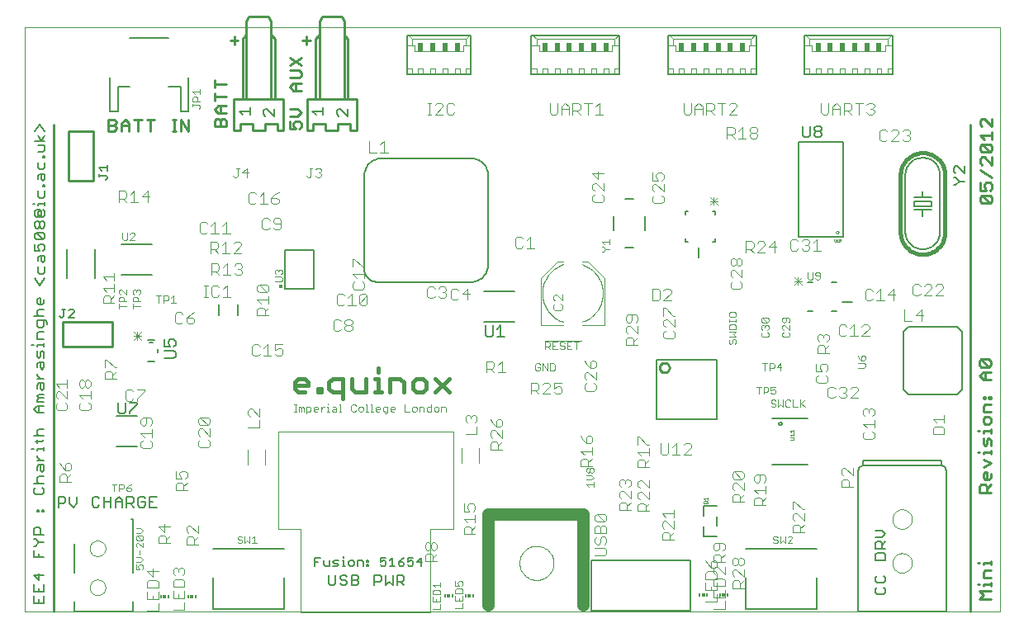
<source format=gto>
G75*
G70*
%OFA0B0*%
%FSLAX24Y24*%
%IPPOS*%
%LPD*%
%AMOC8*
5,1,8,0,0,1.08239X$1,22.5*
%
%ADD10C,0.0000*%
%ADD11C,0.0100*%
%ADD12C,0.0180*%
%ADD13C,0.0040*%
%ADD14C,0.0080*%
%ADD15C,0.0500*%
%ADD16C,0.0070*%
%ADD17C,0.0050*%
%ADD18C,0.0060*%
%ADD19C,0.0030*%
%ADD20R,0.0118X0.0118*%
%ADD21C,0.0043*%
%ADD22R,0.0059X0.0118*%
%ADD23C,0.0020*%
%ADD24C,0.0010*%
%ADD25C,0.0160*%
%ADD26C,0.0020*%
%ADD27R,0.0197X0.0344*%
D10*
X000189Y003356D02*
X000189Y026978D01*
X039559Y026978D01*
X039559Y003356D01*
X000189Y003356D01*
X002827Y004341D02*
X002829Y004376D01*
X002835Y004411D01*
X002845Y004445D01*
X002858Y004478D01*
X002875Y004509D01*
X002896Y004537D01*
X002919Y004564D01*
X002946Y004587D01*
X002974Y004608D01*
X003005Y004625D01*
X003038Y004638D01*
X003072Y004648D01*
X003107Y004654D01*
X003142Y004656D01*
X003177Y004654D01*
X003212Y004648D01*
X003246Y004638D01*
X003279Y004625D01*
X003310Y004608D01*
X003338Y004587D01*
X003365Y004564D01*
X003388Y004537D01*
X003409Y004509D01*
X003426Y004478D01*
X003439Y004445D01*
X003449Y004411D01*
X003455Y004376D01*
X003457Y004341D01*
X003455Y004306D01*
X003449Y004271D01*
X003439Y004237D01*
X003426Y004204D01*
X003409Y004173D01*
X003388Y004145D01*
X003365Y004118D01*
X003338Y004095D01*
X003310Y004074D01*
X003279Y004057D01*
X003246Y004044D01*
X003212Y004034D01*
X003177Y004028D01*
X003142Y004026D01*
X003107Y004028D01*
X003072Y004034D01*
X003038Y004044D01*
X003005Y004057D01*
X002974Y004074D01*
X002946Y004095D01*
X002919Y004118D01*
X002896Y004145D01*
X002875Y004173D01*
X002858Y004204D01*
X002845Y004237D01*
X002835Y004271D01*
X002829Y004306D01*
X002827Y004341D01*
X002827Y005915D02*
X002829Y005950D01*
X002835Y005985D01*
X002845Y006019D01*
X002858Y006052D01*
X002875Y006083D01*
X002896Y006111D01*
X002919Y006138D01*
X002946Y006161D01*
X002974Y006182D01*
X003005Y006199D01*
X003038Y006212D01*
X003072Y006222D01*
X003107Y006228D01*
X003142Y006230D01*
X003177Y006228D01*
X003212Y006222D01*
X003246Y006212D01*
X003279Y006199D01*
X003310Y006182D01*
X003338Y006161D01*
X003365Y006138D01*
X003388Y006111D01*
X003409Y006083D01*
X003426Y006052D01*
X003439Y006019D01*
X003449Y005985D01*
X003455Y005950D01*
X003457Y005915D01*
X003455Y005880D01*
X003449Y005845D01*
X003439Y005811D01*
X003426Y005778D01*
X003409Y005747D01*
X003388Y005719D01*
X003365Y005692D01*
X003338Y005669D01*
X003310Y005648D01*
X003279Y005631D01*
X003246Y005618D01*
X003212Y005608D01*
X003177Y005602D01*
X003142Y005600D01*
X003107Y005602D01*
X003072Y005608D01*
X003038Y005618D01*
X003005Y005631D01*
X002974Y005648D01*
X002946Y005669D01*
X002919Y005692D01*
X002896Y005719D01*
X002875Y005747D01*
X002858Y005778D01*
X002845Y005811D01*
X002835Y005845D01*
X002829Y005880D01*
X002827Y005915D01*
X020170Y005325D02*
X020172Y005377D01*
X020178Y005429D01*
X020188Y005480D01*
X020201Y005530D01*
X020219Y005580D01*
X020240Y005627D01*
X020264Y005673D01*
X020293Y005717D01*
X020324Y005759D01*
X020358Y005798D01*
X020395Y005835D01*
X020435Y005868D01*
X020478Y005899D01*
X020522Y005926D01*
X020568Y005950D01*
X020617Y005970D01*
X020666Y005986D01*
X020717Y005999D01*
X020768Y006008D01*
X020820Y006013D01*
X020872Y006014D01*
X020924Y006011D01*
X020976Y006004D01*
X021027Y005993D01*
X021077Y005979D01*
X021126Y005960D01*
X021173Y005938D01*
X021218Y005913D01*
X021262Y005884D01*
X021303Y005852D01*
X021342Y005817D01*
X021377Y005779D01*
X021410Y005738D01*
X021440Y005696D01*
X021466Y005651D01*
X021489Y005604D01*
X021508Y005555D01*
X021524Y005505D01*
X021536Y005455D01*
X021544Y005403D01*
X021548Y005351D01*
X021548Y005299D01*
X021544Y005247D01*
X021536Y005195D01*
X021524Y005145D01*
X021508Y005095D01*
X021489Y005046D01*
X021466Y004999D01*
X021440Y004954D01*
X021410Y004912D01*
X021377Y004871D01*
X021342Y004833D01*
X021303Y004798D01*
X021262Y004766D01*
X021218Y004737D01*
X021173Y004712D01*
X021126Y004690D01*
X021077Y004671D01*
X021027Y004657D01*
X020976Y004646D01*
X020924Y004639D01*
X020872Y004636D01*
X020820Y004637D01*
X020768Y004642D01*
X020717Y004651D01*
X020666Y004664D01*
X020617Y004680D01*
X020568Y004700D01*
X020522Y004724D01*
X020478Y004751D01*
X020435Y004782D01*
X020395Y004815D01*
X020358Y004852D01*
X020324Y004891D01*
X020293Y004933D01*
X020264Y004977D01*
X020240Y005023D01*
X020219Y005070D01*
X020201Y005120D01*
X020188Y005170D01*
X020178Y005221D01*
X020172Y005273D01*
X020170Y005325D01*
X035228Y005325D02*
X035230Y005364D01*
X035236Y005403D01*
X035246Y005441D01*
X035259Y005478D01*
X035276Y005513D01*
X035296Y005547D01*
X035320Y005578D01*
X035347Y005607D01*
X035376Y005633D01*
X035408Y005656D01*
X035442Y005676D01*
X035478Y005692D01*
X035515Y005704D01*
X035554Y005713D01*
X035593Y005718D01*
X035632Y005719D01*
X035671Y005716D01*
X035710Y005709D01*
X035747Y005698D01*
X035784Y005684D01*
X035819Y005666D01*
X035852Y005645D01*
X035883Y005620D01*
X035911Y005593D01*
X035936Y005563D01*
X035958Y005530D01*
X035977Y005496D01*
X035992Y005460D01*
X036004Y005422D01*
X036012Y005384D01*
X036016Y005345D01*
X036016Y005305D01*
X036012Y005266D01*
X036004Y005228D01*
X035992Y005190D01*
X035977Y005154D01*
X035958Y005120D01*
X035936Y005087D01*
X035911Y005057D01*
X035883Y005030D01*
X035852Y005005D01*
X035819Y004984D01*
X035784Y004966D01*
X035747Y004952D01*
X035710Y004941D01*
X035671Y004934D01*
X035632Y004931D01*
X035593Y004932D01*
X035554Y004937D01*
X035515Y004946D01*
X035478Y004958D01*
X035442Y004974D01*
X035408Y004994D01*
X035376Y005017D01*
X035347Y005043D01*
X035320Y005072D01*
X035296Y005103D01*
X035276Y005137D01*
X035259Y005172D01*
X035246Y005209D01*
X035236Y005247D01*
X035230Y005286D01*
X035228Y005325D01*
X035228Y007096D02*
X035230Y007135D01*
X035236Y007174D01*
X035246Y007212D01*
X035259Y007249D01*
X035276Y007284D01*
X035296Y007318D01*
X035320Y007349D01*
X035347Y007378D01*
X035376Y007404D01*
X035408Y007427D01*
X035442Y007447D01*
X035478Y007463D01*
X035515Y007475D01*
X035554Y007484D01*
X035593Y007489D01*
X035632Y007490D01*
X035671Y007487D01*
X035710Y007480D01*
X035747Y007469D01*
X035784Y007455D01*
X035819Y007437D01*
X035852Y007416D01*
X035883Y007391D01*
X035911Y007364D01*
X035936Y007334D01*
X035958Y007301D01*
X035977Y007267D01*
X035992Y007231D01*
X036004Y007193D01*
X036012Y007155D01*
X036016Y007116D01*
X036016Y007076D01*
X036012Y007037D01*
X036004Y006999D01*
X035992Y006961D01*
X035977Y006925D01*
X035958Y006891D01*
X035936Y006858D01*
X035911Y006828D01*
X035883Y006801D01*
X035852Y006776D01*
X035819Y006755D01*
X035784Y006737D01*
X035747Y006723D01*
X035710Y006712D01*
X035671Y006705D01*
X035632Y006702D01*
X035593Y006703D01*
X035554Y006708D01*
X035515Y006717D01*
X035478Y006729D01*
X035442Y006745D01*
X035408Y006765D01*
X035376Y006788D01*
X035347Y006814D01*
X035320Y006843D01*
X035296Y006874D01*
X035276Y006908D01*
X035259Y006943D01*
X035246Y006980D01*
X035236Y007018D01*
X035230Y007057D01*
X035228Y007096D01*
D11*
X038734Y008176D02*
X038734Y008406D01*
X038811Y008483D01*
X038964Y008483D01*
X039041Y008406D01*
X039041Y008176D01*
X039041Y008329D02*
X039194Y008483D01*
X039118Y008691D02*
X038964Y008691D01*
X038888Y008768D01*
X038888Y008922D01*
X038964Y008998D01*
X039041Y008998D01*
X039041Y008691D01*
X039118Y008691D02*
X039194Y008768D01*
X039194Y008922D01*
X038888Y009207D02*
X039194Y009360D01*
X038888Y009514D01*
X038888Y009723D02*
X038888Y009799D01*
X039194Y009799D01*
X039194Y009723D02*
X039194Y009876D01*
X039194Y010066D02*
X039194Y010297D01*
X039118Y010373D01*
X039041Y010297D01*
X039041Y010143D01*
X038964Y010066D01*
X038888Y010143D01*
X038888Y010373D01*
X038888Y010582D02*
X038888Y010659D01*
X039194Y010659D01*
X039194Y010735D02*
X039194Y010582D01*
X039118Y010926D02*
X039194Y011003D01*
X039194Y011156D01*
X039118Y011233D01*
X038964Y011233D01*
X038888Y011156D01*
X038888Y011003D01*
X038964Y010926D01*
X039118Y010926D01*
X038734Y010659D02*
X038657Y010659D01*
X038888Y011441D02*
X038888Y011672D01*
X038964Y011748D01*
X039194Y011748D01*
X039194Y011957D02*
X039118Y011957D01*
X039118Y012034D01*
X039194Y012034D01*
X039194Y011957D01*
X038964Y011957D02*
X038888Y011957D01*
X038888Y012034D01*
X038964Y012034D01*
X038964Y011957D01*
X038888Y011441D02*
X039194Y011441D01*
X039194Y012731D02*
X038888Y012731D01*
X038734Y012884D01*
X038888Y013037D01*
X039194Y013037D01*
X039118Y013246D02*
X038811Y013246D01*
X038734Y013323D01*
X038734Y013476D01*
X038811Y013553D01*
X039118Y013246D01*
X039194Y013323D01*
X039194Y013476D01*
X039118Y013553D01*
X038811Y013553D01*
X038964Y013037D02*
X038964Y012731D01*
X038734Y009799D02*
X038657Y009799D01*
X038734Y008176D02*
X039194Y008176D01*
X039194Y005407D02*
X039194Y005254D01*
X039194Y005330D02*
X038888Y005330D01*
X038888Y005254D01*
X038734Y005330D02*
X038657Y005330D01*
X038964Y005045D02*
X039194Y005045D01*
X038964Y005045D02*
X038888Y004968D01*
X038888Y004738D01*
X039194Y004738D01*
X039194Y004548D02*
X039194Y004394D01*
X039194Y004471D02*
X038888Y004471D01*
X038888Y004394D01*
X038734Y004471D02*
X038657Y004471D01*
X038734Y004186D02*
X039194Y004186D01*
X039194Y003879D02*
X038734Y003879D01*
X038888Y004032D01*
X038734Y004186D01*
X038378Y003356D02*
X038378Y023041D01*
X038773Y023034D02*
X038773Y023187D01*
X038850Y023264D01*
X038927Y023264D01*
X039234Y022957D01*
X039234Y023264D01*
X038850Y022957D02*
X038773Y023034D01*
X039234Y022748D02*
X039234Y022441D01*
X039234Y022595D02*
X038773Y022595D01*
X038927Y022441D01*
X038850Y022232D02*
X038773Y022156D01*
X038773Y022002D01*
X038850Y021926D01*
X039157Y021926D01*
X038850Y022232D01*
X039157Y022232D01*
X039234Y022156D01*
X039234Y022002D01*
X039157Y021926D01*
X039234Y021717D02*
X039234Y021410D01*
X038927Y021717D01*
X038850Y021717D01*
X038773Y021640D01*
X038773Y021487D01*
X038850Y021410D01*
X038773Y021201D02*
X039234Y020894D01*
X039157Y020686D02*
X039234Y020609D01*
X039234Y020455D01*
X039157Y020379D01*
X039004Y020379D02*
X038927Y020532D01*
X038927Y020609D01*
X039004Y020686D01*
X039157Y020686D01*
X038773Y020686D02*
X038773Y020379D01*
X039004Y020379D01*
X039157Y020170D02*
X039234Y020093D01*
X039234Y019940D01*
X039157Y019863D01*
X038850Y020170D01*
X039157Y020170D01*
X038850Y020170D02*
X038773Y020093D01*
X038773Y019940D01*
X038850Y019863D01*
X039157Y019863D01*
X025831Y013218D02*
X025833Y013245D01*
X025839Y013272D01*
X025848Y013298D01*
X025861Y013322D01*
X025877Y013345D01*
X025896Y013364D01*
X025918Y013381D01*
X025942Y013395D01*
X025967Y013405D01*
X025994Y013412D01*
X026021Y013415D01*
X026049Y013414D01*
X026076Y013409D01*
X026102Y013401D01*
X026126Y013389D01*
X026149Y013373D01*
X026170Y013355D01*
X026187Y013334D01*
X026202Y013310D01*
X026213Y013285D01*
X026221Y013259D01*
X026225Y013232D01*
X026225Y013204D01*
X026221Y013177D01*
X026213Y013151D01*
X026202Y013126D01*
X026187Y013102D01*
X026170Y013081D01*
X026149Y013063D01*
X026127Y013047D01*
X026102Y013035D01*
X026076Y013027D01*
X026049Y013022D01*
X026021Y013021D01*
X025994Y013024D01*
X025967Y013031D01*
X025942Y013041D01*
X025918Y013055D01*
X025896Y013072D01*
X025877Y013091D01*
X025861Y013114D01*
X025848Y013138D01*
X025839Y013164D01*
X025833Y013191D01*
X025831Y013218D01*
X013591Y022807D02*
X013341Y022807D01*
X013341Y023057D01*
X012841Y023057D01*
X012841Y022807D01*
X012341Y022807D01*
X012341Y023057D01*
X011841Y023057D01*
X011841Y022807D01*
X011591Y022807D01*
X011591Y024057D01*
X012091Y024057D01*
X012091Y027207D01*
X012191Y027407D01*
X012611Y027407D01*
X012571Y027407D01*
X012611Y027407D02*
X012991Y027407D01*
X013091Y027207D01*
X013091Y024057D01*
X013241Y024057D02*
X013241Y026507D01*
X013111Y026647D01*
X012071Y026647D02*
X011941Y026507D01*
X011941Y024057D01*
X012091Y024057D02*
X013241Y024057D01*
X013591Y024057D01*
X013591Y022807D01*
X011360Y022932D02*
X011283Y022855D01*
X011360Y022932D02*
X011360Y023085D01*
X011283Y023162D01*
X011130Y023162D01*
X011053Y023085D01*
X011053Y023009D01*
X011130Y022855D01*
X010899Y022855D01*
X010899Y023162D01*
X010899Y023371D02*
X011206Y023371D01*
X011360Y023524D01*
X011206Y023678D01*
X010899Y023678D01*
X010638Y024057D02*
X010288Y024057D01*
X010288Y026507D01*
X010158Y026647D01*
X010138Y027207D02*
X010038Y027407D01*
X009658Y027407D01*
X009618Y027407D01*
X009658Y027407D02*
X009238Y027407D01*
X009138Y027207D01*
X009138Y024057D01*
X008638Y024057D01*
X008638Y022807D01*
X008888Y022807D01*
X008888Y023057D01*
X009388Y023057D01*
X009388Y022807D01*
X009888Y022807D01*
X009888Y023057D01*
X010388Y023057D01*
X010388Y022807D01*
X010638Y022807D01*
X010638Y024057D01*
X010288Y024057D02*
X009138Y024057D01*
X008988Y024057D02*
X008988Y026507D01*
X009118Y026647D01*
X008814Y026432D02*
X008507Y026432D01*
X008661Y026585D02*
X008661Y026278D01*
X010138Y027207D02*
X010138Y024057D01*
X010899Y024555D02*
X011053Y024709D01*
X011360Y024709D01*
X011283Y024918D02*
X010899Y024918D01*
X010899Y025225D02*
X011283Y025225D01*
X011360Y025148D01*
X011360Y024994D01*
X011283Y024918D01*
X011130Y024709D02*
X011130Y024402D01*
X011053Y024402D02*
X010899Y024555D01*
X011053Y024402D02*
X011360Y024402D01*
X011360Y025433D02*
X010899Y025740D01*
X010899Y025433D02*
X011360Y025740D01*
X011574Y026278D02*
X011574Y026585D01*
X011727Y026432D02*
X011420Y026432D01*
X008328Y024674D02*
X007868Y024674D01*
X007868Y024827D02*
X007868Y024520D01*
X007868Y024311D02*
X007868Y024004D01*
X007868Y024158D02*
X008328Y024158D01*
X008328Y023796D02*
X008021Y023796D01*
X007868Y023642D01*
X008021Y023489D01*
X008328Y023489D01*
X008252Y023280D02*
X008175Y023280D01*
X008098Y023203D01*
X008098Y022973D01*
X007868Y022973D02*
X007868Y023203D01*
X007945Y023280D01*
X008021Y023280D01*
X008098Y023203D01*
X008252Y023280D02*
X008328Y023203D01*
X008328Y022973D01*
X007868Y022973D01*
X008098Y023489D02*
X008098Y023796D01*
X006815Y023237D02*
X006815Y022776D01*
X006508Y023237D01*
X006508Y022776D01*
X006317Y022776D02*
X006164Y022776D01*
X006241Y022776D02*
X006241Y023237D01*
X006317Y023237D02*
X006164Y023237D01*
X005440Y023237D02*
X005133Y023237D01*
X005286Y023237D02*
X005286Y022776D01*
X004771Y022776D02*
X004771Y023237D01*
X004924Y023237D02*
X004617Y023237D01*
X004408Y023083D02*
X004408Y022776D01*
X004408Y023007D02*
X004101Y023007D01*
X004101Y023083D02*
X004255Y023237D01*
X004408Y023083D01*
X004101Y023083D02*
X004101Y022776D01*
X003893Y022853D02*
X003816Y022776D01*
X003586Y022776D01*
X003586Y023237D01*
X003816Y023237D01*
X003893Y023160D01*
X003893Y023083D01*
X003816Y023007D01*
X003586Y023007D01*
X003816Y023007D02*
X003893Y022930D01*
X003893Y022853D01*
X002973Y022758D02*
X002973Y020758D01*
X001973Y020758D01*
X001973Y022758D01*
X002973Y022758D01*
X001370Y023041D02*
X001370Y003356D01*
X001748Y014077D02*
X003748Y014077D01*
X003748Y015077D01*
X001748Y015077D01*
X001748Y014077D01*
D12*
X011106Y012636D02*
X011106Y012363D01*
X011243Y012226D01*
X011516Y012226D01*
X011653Y012499D02*
X011106Y012499D01*
X011106Y012636D02*
X011243Y012773D01*
X011516Y012773D01*
X011653Y012636D01*
X011653Y012499D01*
X012027Y012363D02*
X012164Y012363D01*
X012164Y012226D01*
X012027Y012226D01*
X012027Y012363D01*
X012487Y012363D02*
X012487Y012636D01*
X012624Y012773D01*
X013034Y012773D01*
X013034Y011952D01*
X013034Y012226D02*
X012624Y012226D01*
X012487Y012363D01*
X013408Y012363D02*
X013545Y012226D01*
X013955Y012226D01*
X013955Y012773D01*
X014329Y012773D02*
X014466Y012773D01*
X014466Y012226D01*
X014602Y012226D02*
X014329Y012226D01*
X014943Y012226D02*
X014943Y012773D01*
X015353Y012773D01*
X015490Y012636D01*
X015490Y012226D01*
X015864Y012363D02*
X015864Y012636D01*
X016000Y012773D01*
X016274Y012773D01*
X016411Y012636D01*
X016411Y012363D01*
X016274Y012226D01*
X016000Y012226D01*
X015864Y012363D01*
X016784Y012226D02*
X017331Y012773D01*
X016784Y012773D02*
X017331Y012226D01*
X014466Y013047D02*
X014466Y013183D01*
X013408Y012773D02*
X013408Y012363D01*
D13*
X013430Y011727D02*
X013384Y011681D01*
X013384Y011494D01*
X013430Y011447D01*
X013524Y011447D01*
X013570Y011494D01*
X013678Y011494D02*
X013725Y011447D01*
X013818Y011447D01*
X013865Y011494D01*
X013865Y011587D01*
X013818Y011634D01*
X013725Y011634D01*
X013678Y011587D01*
X013678Y011494D01*
X013570Y011681D02*
X013524Y011727D01*
X013430Y011727D01*
X012986Y011447D02*
X012893Y011447D01*
X012939Y011447D02*
X012939Y011727D01*
X012893Y011727D01*
X012785Y011587D02*
X012785Y011447D01*
X012645Y011447D01*
X012598Y011494D01*
X012645Y011541D01*
X012785Y011541D01*
X012785Y011587D02*
X012738Y011634D01*
X012645Y011634D01*
X012448Y011634D02*
X012448Y011447D01*
X012401Y011447D02*
X012495Y011447D01*
X012448Y011634D02*
X012401Y011634D01*
X012448Y011727D02*
X012448Y011774D01*
X012296Y011634D02*
X012249Y011634D01*
X012156Y011541D01*
X012156Y011634D02*
X012156Y011447D01*
X012048Y011541D02*
X012048Y011587D01*
X012001Y011634D01*
X011908Y011634D01*
X011861Y011587D01*
X011861Y011494D01*
X011908Y011447D01*
X012001Y011447D01*
X012048Y011541D02*
X011861Y011541D01*
X011753Y011587D02*
X011753Y011494D01*
X011707Y011447D01*
X011567Y011447D01*
X011567Y011354D02*
X011567Y011634D01*
X011707Y011634D01*
X011753Y011587D01*
X011459Y011587D02*
X011459Y011447D01*
X011365Y011447D02*
X011365Y011587D01*
X011412Y011634D01*
X011459Y011587D01*
X011365Y011587D02*
X011319Y011634D01*
X011272Y011634D01*
X011272Y011447D01*
X011169Y011447D02*
X011076Y011447D01*
X011122Y011447D02*
X011122Y011727D01*
X011076Y011727D02*
X011169Y011727D01*
X009680Y011551D02*
X009680Y011245D01*
X009373Y011551D01*
X009296Y011551D01*
X009220Y011475D01*
X009220Y011321D01*
X009296Y011245D01*
X009680Y011091D02*
X009680Y010784D01*
X009220Y010784D01*
X009207Y009892D02*
X009207Y009292D01*
X009907Y009292D02*
X009907Y009892D01*
X007665Y010064D02*
X007665Y010217D01*
X007588Y010294D01*
X007665Y010447D02*
X007358Y010754D01*
X007281Y010754D01*
X007204Y010677D01*
X007204Y010524D01*
X007281Y010447D01*
X007281Y010294D02*
X007204Y010217D01*
X007204Y010064D01*
X007281Y009987D01*
X007588Y009987D01*
X007665Y010064D01*
X007665Y010447D02*
X007665Y010754D01*
X007588Y010908D02*
X007281Y011215D01*
X007588Y011215D01*
X007665Y011138D01*
X007665Y010984D01*
X007588Y010908D01*
X007281Y010908D01*
X007204Y010984D01*
X007204Y011138D01*
X007281Y011215D01*
X005340Y011106D02*
X005340Y010953D01*
X005264Y010876D01*
X005340Y010723D02*
X005340Y010416D01*
X005340Y010569D02*
X004880Y010569D01*
X005033Y010416D01*
X004957Y010262D02*
X004880Y010186D01*
X004880Y010032D01*
X004957Y009955D01*
X005264Y009955D01*
X005340Y010032D01*
X005340Y010186D01*
X005264Y010262D01*
X005033Y010876D02*
X005110Y010953D01*
X005110Y011183D01*
X004957Y011183D02*
X004880Y011106D01*
X004880Y010953D01*
X004957Y010876D01*
X005033Y010876D01*
X004957Y011183D02*
X005264Y011183D01*
X005340Y011106D01*
X004737Y011875D02*
X004737Y011952D01*
X005044Y012259D01*
X005044Y012335D01*
X004737Y012335D01*
X004584Y012259D02*
X004507Y012335D01*
X004354Y012335D01*
X004277Y012259D01*
X004277Y011952D01*
X004354Y011875D01*
X004507Y011875D01*
X004584Y011952D01*
X003903Y012761D02*
X003443Y012761D01*
X003443Y012992D01*
X003520Y013068D01*
X003673Y013068D01*
X003750Y012992D01*
X003750Y012761D01*
X003750Y012915D02*
X003903Y013068D01*
X003903Y013222D02*
X003826Y013222D01*
X003520Y013529D01*
X003443Y013529D01*
X003443Y013222D01*
X002860Y012642D02*
X002783Y012719D01*
X002706Y012719D01*
X002630Y012642D01*
X002630Y012488D01*
X002553Y012412D01*
X002476Y012412D01*
X002400Y012488D01*
X002400Y012642D01*
X002476Y012719D01*
X002553Y012719D01*
X002630Y012642D01*
X002630Y012488D02*
X002706Y012412D01*
X002783Y012412D01*
X002860Y012488D01*
X002860Y012642D01*
X002860Y012258D02*
X002860Y011951D01*
X002860Y012105D02*
X002400Y012105D01*
X002553Y011951D01*
X002476Y011798D02*
X002400Y011721D01*
X002400Y011568D01*
X002476Y011491D01*
X002783Y011491D01*
X002860Y011568D01*
X002860Y011721D01*
X002783Y011798D01*
X001917Y011721D02*
X001917Y011568D01*
X001840Y011491D01*
X001533Y011491D01*
X001456Y011568D01*
X001456Y011721D01*
X001533Y011798D01*
X001533Y011951D02*
X001456Y012028D01*
X001456Y012181D01*
X001533Y012258D01*
X001610Y012258D01*
X001917Y011951D01*
X001917Y012258D01*
X001917Y012412D02*
X001917Y012719D01*
X001917Y012565D02*
X001456Y012565D01*
X001610Y012412D01*
X001840Y011798D02*
X001917Y011721D01*
X001919Y009379D02*
X001842Y009302D01*
X001842Y009072D01*
X001996Y009072D01*
X002073Y009149D01*
X002073Y009302D01*
X001996Y009379D01*
X001919Y009379D01*
X001689Y009226D02*
X001842Y009072D01*
X001842Y008919D02*
X001919Y008842D01*
X001919Y008612D01*
X001919Y008765D02*
X002073Y008919D01*
X001842Y008919D02*
X001689Y008919D01*
X001612Y008842D01*
X001612Y008612D01*
X002073Y008612D01*
X001689Y009226D02*
X001612Y009379D01*
X004692Y006729D02*
X004879Y006729D01*
X004973Y006636D01*
X004879Y006542D01*
X004692Y006542D01*
X004739Y006435D02*
X004926Y006248D01*
X004973Y006295D01*
X004973Y006388D01*
X004926Y006435D01*
X004739Y006435D01*
X004692Y006388D01*
X004692Y006295D01*
X004739Y006248D01*
X004926Y006248D01*
X004973Y006140D02*
X004973Y005953D01*
X004786Y006140D01*
X004739Y006140D01*
X004692Y006093D01*
X004692Y006000D01*
X004739Y005953D01*
X004832Y005845D02*
X004832Y005658D01*
X004879Y005551D02*
X004692Y005551D01*
X004879Y005551D02*
X004973Y005457D01*
X004879Y005364D01*
X004692Y005364D01*
X004692Y005256D02*
X004692Y005069D01*
X004832Y005069D01*
X004786Y005163D01*
X004786Y005209D01*
X004832Y005256D01*
X004926Y005256D01*
X004973Y005209D01*
X004973Y005116D01*
X004926Y005069D01*
X005136Y005010D02*
X005366Y004780D01*
X005366Y005087D01*
X005136Y005010D02*
X005597Y005010D01*
X005520Y004627D02*
X005213Y004627D01*
X005136Y004550D01*
X005136Y004320D01*
X005597Y004320D01*
X005597Y004550D01*
X005520Y004627D01*
X005597Y004166D02*
X005597Y003859D01*
X005136Y003859D01*
X005136Y004166D01*
X005366Y004013D02*
X005366Y003859D01*
X005597Y003706D02*
X005597Y003399D01*
X005136Y003399D01*
X006191Y003438D02*
X006652Y003438D01*
X006652Y003745D01*
X006652Y003899D02*
X006191Y003899D01*
X006191Y004206D01*
X006191Y004359D02*
X006191Y004589D01*
X006268Y004666D01*
X006575Y004666D01*
X006652Y004589D01*
X006652Y004359D01*
X006191Y004359D01*
X006421Y004052D02*
X006421Y003899D01*
X006652Y003899D02*
X006652Y004206D01*
X006575Y004819D02*
X006652Y004896D01*
X006652Y005050D01*
X006575Y005126D01*
X006498Y005126D01*
X006421Y005050D01*
X006421Y004973D01*
X006421Y005050D02*
X006345Y005126D01*
X006268Y005126D01*
X006191Y005050D01*
X006191Y004896D01*
X006268Y004819D01*
X006056Y006121D02*
X005595Y006121D01*
X005595Y006351D01*
X005672Y006428D01*
X005825Y006428D01*
X005902Y006351D01*
X005902Y006121D01*
X005902Y006274D02*
X006056Y006428D01*
X005825Y006581D02*
X005825Y006888D01*
X005595Y006811D02*
X005825Y006581D01*
X006056Y006811D02*
X005595Y006811D01*
X006729Y006772D02*
X006729Y006619D01*
X006806Y006542D01*
X006806Y006388D02*
X006959Y006388D01*
X007036Y006312D01*
X007036Y006081D01*
X007189Y006081D02*
X006729Y006081D01*
X006729Y006312D01*
X006806Y006388D01*
X007036Y006235D02*
X007189Y006388D01*
X007189Y006542D02*
X006883Y006849D01*
X006806Y006849D01*
X006729Y006772D01*
X007189Y006849D02*
X007189Y006542D01*
X008792Y006366D02*
X008792Y006319D01*
X008839Y006272D01*
X008932Y006272D01*
X008979Y006226D01*
X008979Y006179D01*
X008932Y006132D01*
X008839Y006132D01*
X008792Y006179D01*
X008792Y006366D02*
X008839Y006412D01*
X008932Y006412D01*
X008979Y006366D01*
X009087Y006412D02*
X009087Y006132D01*
X009180Y006226D01*
X009274Y006132D01*
X009274Y006412D01*
X009381Y006319D02*
X009475Y006412D01*
X009475Y006132D01*
X009568Y006132D02*
X009381Y006132D01*
X006758Y008273D02*
X006297Y008273D01*
X006297Y008503D01*
X006374Y008580D01*
X006527Y008580D01*
X006604Y008503D01*
X006604Y008273D01*
X006604Y008427D02*
X006758Y008580D01*
X006681Y008734D02*
X006758Y008810D01*
X006758Y008964D01*
X006681Y009040D01*
X006527Y009040D01*
X006451Y008964D01*
X006451Y008887D01*
X006527Y008734D01*
X006297Y008734D01*
X006297Y009040D01*
X009464Y013692D02*
X009617Y013692D01*
X009694Y013769D01*
X009847Y013692D02*
X010154Y013692D01*
X010001Y013692D02*
X010001Y014152D01*
X009847Y013999D01*
X009694Y014076D02*
X009617Y014152D01*
X009464Y014152D01*
X009387Y014076D01*
X009387Y013769D01*
X009464Y013692D01*
X010308Y013769D02*
X010384Y013692D01*
X010538Y013692D01*
X010615Y013769D01*
X010615Y013922D01*
X010538Y013999D01*
X010461Y013999D01*
X010308Y013922D01*
X010308Y014152D01*
X010615Y014152D01*
X010045Y015336D02*
X009585Y015336D01*
X009585Y015566D01*
X009661Y015643D01*
X009815Y015643D01*
X009891Y015566D01*
X009891Y015336D01*
X009891Y015490D02*
X010045Y015643D01*
X010045Y015797D02*
X010045Y016103D01*
X010045Y015950D02*
X009585Y015950D01*
X009738Y015797D01*
X009661Y016257D02*
X009585Y016334D01*
X009585Y016487D01*
X009661Y016564D01*
X009968Y016257D01*
X010045Y016334D01*
X010045Y016487D01*
X009968Y016564D01*
X009661Y016564D01*
X009661Y016257D02*
X009968Y016257D01*
X008972Y017038D02*
X008895Y016961D01*
X008742Y016961D01*
X008665Y017038D01*
X008511Y016961D02*
X008204Y016961D01*
X008051Y016961D02*
X007897Y017115D01*
X007974Y017115D02*
X007744Y017115D01*
X007744Y016961D02*
X007744Y017422D01*
X007974Y017422D01*
X008051Y017345D01*
X008051Y017192D01*
X007974Y017115D01*
X008204Y017268D02*
X008358Y017422D01*
X008358Y016961D01*
X008359Y016541D02*
X008359Y016081D01*
X008512Y016081D02*
X008205Y016081D01*
X008052Y016158D02*
X007975Y016081D01*
X007821Y016081D01*
X007745Y016158D01*
X007745Y016465D01*
X007821Y016541D01*
X007975Y016541D01*
X008052Y016465D01*
X008205Y016388D02*
X008359Y016541D01*
X008972Y017038D02*
X008972Y017115D01*
X008895Y017192D01*
X008818Y017192D01*
X008895Y017192D02*
X008972Y017268D01*
X008972Y017345D01*
X008895Y017422D01*
X008742Y017422D01*
X008665Y017345D01*
X008625Y017847D02*
X008932Y018154D01*
X008932Y018231D01*
X008856Y018308D01*
X008702Y018308D01*
X008625Y018231D01*
X008319Y018308D02*
X008319Y017847D01*
X008472Y017847D02*
X008165Y017847D01*
X008012Y017847D02*
X007858Y018001D01*
X007935Y018001D02*
X007705Y018001D01*
X007705Y017847D02*
X007705Y018308D01*
X007935Y018308D01*
X008012Y018231D01*
X008012Y018077D01*
X007935Y018001D01*
X008165Y018154D02*
X008319Y018308D01*
X008335Y018633D02*
X008335Y019093D01*
X008182Y018940D01*
X008182Y018633D02*
X008489Y018633D01*
X008028Y018633D02*
X007721Y018633D01*
X007875Y018633D02*
X007875Y019093D01*
X007721Y018940D01*
X007568Y019017D02*
X007491Y019093D01*
X007338Y019093D01*
X007261Y019017D01*
X007261Y018710D01*
X007338Y018633D01*
X007491Y018633D01*
X007568Y018710D01*
X008625Y017847D02*
X008932Y017847D01*
X009857Y018798D02*
X010011Y018798D01*
X010088Y018874D01*
X010241Y018874D02*
X010318Y018798D01*
X010471Y018798D01*
X010548Y018874D01*
X010548Y019181D01*
X010471Y019258D01*
X010318Y019258D01*
X010241Y019181D01*
X010241Y019104D01*
X010318Y019028D01*
X010548Y019028D01*
X010088Y019181D02*
X010011Y019258D01*
X009857Y019258D01*
X009781Y019181D01*
X009781Y018874D01*
X009857Y018798D01*
X009843Y019834D02*
X009843Y020294D01*
X009690Y020141D01*
X009536Y020217D02*
X009460Y020294D01*
X009306Y020294D01*
X009229Y020217D01*
X009229Y019910D01*
X009306Y019834D01*
X009460Y019834D01*
X009536Y019910D01*
X009690Y019834D02*
X009997Y019834D01*
X010150Y019910D02*
X010227Y019834D01*
X010380Y019834D01*
X010457Y019910D01*
X010457Y019987D01*
X010380Y020064D01*
X010150Y020064D01*
X010150Y019910D01*
X010150Y020064D02*
X010304Y020217D01*
X010457Y020294D01*
X011572Y020977D02*
X011632Y020916D01*
X011692Y020916D01*
X011752Y020977D01*
X011752Y021277D01*
X011692Y021277D02*
X011812Y021277D01*
X011940Y021217D02*
X012000Y021277D01*
X012120Y021277D01*
X012180Y021217D01*
X012180Y021157D01*
X012120Y021097D01*
X012180Y021037D01*
X012180Y020977D01*
X012120Y020916D01*
X012000Y020916D01*
X011940Y020977D01*
X012060Y021097D02*
X012120Y021097D01*
X014092Y021914D02*
X014399Y021914D01*
X014552Y021914D02*
X014859Y021914D01*
X014706Y021914D02*
X014706Y022374D01*
X014552Y022221D01*
X014092Y022374D02*
X014092Y021914D01*
X016459Y023445D02*
X016613Y023445D01*
X016536Y023445D02*
X016536Y023906D01*
X016459Y023906D02*
X016613Y023906D01*
X016766Y023829D02*
X016843Y023906D01*
X016996Y023906D01*
X017073Y023829D01*
X017073Y023752D01*
X016766Y023445D01*
X017073Y023445D01*
X017227Y023522D02*
X017303Y023445D01*
X017457Y023445D01*
X017534Y023522D01*
X017534Y023829D02*
X017457Y023906D01*
X017303Y023906D01*
X017227Y023829D01*
X017227Y023522D01*
X021400Y023522D02*
X021477Y023445D01*
X021631Y023445D01*
X021707Y023522D01*
X021707Y023906D01*
X021861Y023752D02*
X022014Y023906D01*
X022168Y023752D01*
X022168Y023445D01*
X022321Y023445D02*
X022321Y023906D01*
X022551Y023906D01*
X022628Y023829D01*
X022628Y023675D01*
X022551Y023599D01*
X022321Y023599D01*
X022475Y023599D02*
X022628Y023445D01*
X022935Y023445D02*
X022935Y023906D01*
X023088Y023906D02*
X022781Y023906D01*
X023242Y023752D02*
X023395Y023906D01*
X023395Y023445D01*
X023242Y023445D02*
X023549Y023445D01*
X022168Y023675D02*
X021861Y023675D01*
X021861Y023752D02*
X021861Y023445D01*
X021400Y023522D02*
X021400Y023906D01*
X023112Y021051D02*
X023342Y020821D01*
X023342Y021128D01*
X023112Y021051D02*
X023573Y021051D01*
X023573Y020668D02*
X023573Y020361D01*
X023266Y020668D01*
X023189Y020668D01*
X023112Y020591D01*
X023112Y020437D01*
X023189Y020361D01*
X023189Y020207D02*
X023112Y020130D01*
X023112Y019977D01*
X023189Y019900D01*
X023496Y019900D01*
X023573Y019977D01*
X023573Y020130D01*
X023496Y020207D01*
X025529Y020091D02*
X025529Y019938D01*
X025606Y019861D01*
X025913Y019861D01*
X025990Y019938D01*
X025990Y020091D01*
X025913Y020168D01*
X025990Y020321D02*
X025683Y020628D01*
X025606Y020628D01*
X025529Y020552D01*
X025529Y020398D01*
X025606Y020321D01*
X025606Y020168D02*
X025529Y020091D01*
X025990Y020321D02*
X025990Y020628D01*
X025913Y020782D02*
X025990Y020858D01*
X025990Y021012D01*
X025913Y021089D01*
X025760Y021089D01*
X025683Y021012D01*
X025683Y020935D01*
X025760Y020782D01*
X025529Y020782D01*
X025529Y021089D01*
X028552Y022474D02*
X028552Y022935D01*
X028782Y022935D01*
X028859Y022858D01*
X028859Y022705D01*
X028782Y022628D01*
X028552Y022628D01*
X028706Y022628D02*
X028859Y022474D01*
X029013Y022474D02*
X029320Y022474D01*
X029166Y022474D02*
X029166Y022935D01*
X029013Y022781D01*
X029473Y022781D02*
X029473Y022858D01*
X029550Y022935D01*
X029703Y022935D01*
X029780Y022858D01*
X029780Y022781D01*
X029703Y022705D01*
X029550Y022705D01*
X029473Y022781D01*
X029550Y022705D02*
X029473Y022628D01*
X029473Y022551D01*
X029550Y022474D01*
X029703Y022474D01*
X029780Y022551D01*
X029780Y022628D01*
X029703Y022705D01*
X028943Y023445D02*
X028636Y023445D01*
X028943Y023752D01*
X028943Y023829D01*
X028866Y023906D01*
X028712Y023906D01*
X028636Y023829D01*
X028482Y023906D02*
X028175Y023906D01*
X028329Y023906D02*
X028329Y023445D01*
X028022Y023445D02*
X027868Y023599D01*
X027945Y023599D02*
X027715Y023599D01*
X027715Y023445D02*
X027715Y023906D01*
X027945Y023906D01*
X028022Y023829D01*
X028022Y023675D01*
X027945Y023599D01*
X027561Y023675D02*
X027254Y023675D01*
X027254Y023752D02*
X027254Y023445D01*
X027101Y023522D02*
X027101Y023906D01*
X027254Y023752D02*
X027408Y023906D01*
X027561Y023752D01*
X027561Y023445D01*
X027101Y023522D02*
X027024Y023445D01*
X026871Y023445D01*
X026794Y023522D01*
X026794Y023906D01*
X032345Y023906D02*
X032345Y023522D01*
X032422Y023445D01*
X032575Y023445D01*
X032652Y023522D01*
X032652Y023906D01*
X032806Y023752D02*
X032806Y023445D01*
X032806Y023675D02*
X033113Y023675D01*
X033113Y023752D02*
X033113Y023445D01*
X033266Y023445D02*
X033266Y023906D01*
X033496Y023906D01*
X033573Y023829D01*
X033573Y023675D01*
X033496Y023599D01*
X033266Y023599D01*
X033419Y023599D02*
X033573Y023445D01*
X033880Y023445D02*
X033880Y023906D01*
X034033Y023906D02*
X033726Y023906D01*
X034187Y023829D02*
X034263Y023906D01*
X034417Y023906D01*
X034494Y023829D01*
X034494Y023752D01*
X034417Y023675D01*
X034494Y023599D01*
X034494Y023522D01*
X034417Y023445D01*
X034263Y023445D01*
X034187Y023522D01*
X034340Y023675D02*
X034417Y023675D01*
X034790Y022826D02*
X034714Y022750D01*
X034714Y022443D01*
X034790Y022366D01*
X034944Y022366D01*
X035021Y022443D01*
X035174Y022366D02*
X035481Y022673D01*
X035481Y022750D01*
X035404Y022826D01*
X035251Y022826D01*
X035174Y022750D01*
X035021Y022750D02*
X034944Y022826D01*
X034790Y022826D01*
X035174Y022366D02*
X035481Y022366D01*
X035634Y022443D02*
X035711Y022366D01*
X035865Y022366D01*
X035941Y022443D01*
X035941Y022520D01*
X035865Y022596D01*
X035788Y022596D01*
X035865Y022596D02*
X035941Y022673D01*
X035941Y022750D01*
X035865Y022826D01*
X035711Y022826D01*
X035634Y022750D01*
X033113Y023752D02*
X032959Y023906D01*
X032806Y023752D01*
X032182Y018409D02*
X032182Y017949D01*
X032335Y017949D02*
X032028Y017949D01*
X031875Y018025D02*
X031798Y017949D01*
X031644Y017949D01*
X031568Y018025D01*
X031414Y018025D02*
X031338Y017949D01*
X031184Y017949D01*
X031107Y018025D01*
X031107Y018332D01*
X031184Y018409D01*
X031338Y018409D01*
X031414Y018332D01*
X031568Y018332D02*
X031644Y018409D01*
X031798Y018409D01*
X031875Y018332D01*
X031875Y018256D01*
X031798Y018179D01*
X031875Y018102D01*
X031875Y018025D01*
X031798Y018179D02*
X031721Y018179D01*
X032028Y018256D02*
X032182Y018409D01*
X030544Y018091D02*
X030237Y018091D01*
X030467Y018321D01*
X030467Y017861D01*
X030083Y017861D02*
X029776Y017861D01*
X030083Y018168D01*
X030083Y018245D01*
X030007Y018321D01*
X029853Y018321D01*
X029776Y018245D01*
X029623Y018245D02*
X029623Y018091D01*
X029546Y018014D01*
X029316Y018014D01*
X029316Y017861D02*
X029316Y018321D01*
X029546Y018321D01*
X029623Y018245D01*
X029469Y018014D02*
X029623Y017861D01*
X029154Y017554D02*
X029154Y017401D01*
X029077Y017324D01*
X029001Y017324D01*
X028924Y017401D01*
X028924Y017554D01*
X029001Y017631D01*
X029077Y017631D01*
X029154Y017554D01*
X028924Y017554D02*
X028847Y017631D01*
X028770Y017631D01*
X028694Y017554D01*
X028694Y017401D01*
X028770Y017324D01*
X028847Y017324D01*
X028924Y017401D01*
X028847Y017171D02*
X028770Y017171D01*
X028694Y017094D01*
X028694Y016940D01*
X028770Y016864D01*
X028770Y016710D02*
X028694Y016634D01*
X028694Y016480D01*
X028770Y016403D01*
X029077Y016403D01*
X029154Y016480D01*
X029154Y016634D01*
X029077Y016710D01*
X029154Y016864D02*
X028847Y017171D01*
X029154Y017171D02*
X029154Y016864D01*
X026442Y015313D02*
X026365Y015313D01*
X026058Y015620D01*
X025981Y015620D01*
X025981Y015313D01*
X026058Y015160D02*
X025981Y015083D01*
X025981Y014929D01*
X026058Y014853D01*
X026058Y014699D02*
X025981Y014623D01*
X025981Y014469D01*
X026058Y014392D01*
X026365Y014392D01*
X026442Y014469D01*
X026442Y014623D01*
X026365Y014699D01*
X026442Y014853D02*
X026135Y015160D01*
X026058Y015160D01*
X026442Y015160D02*
X026442Y014853D01*
X026292Y015935D02*
X025985Y015935D01*
X026292Y016242D01*
X026292Y016319D01*
X026215Y016396D01*
X026061Y016396D01*
X025985Y016319D01*
X025831Y016319D02*
X025831Y016012D01*
X025755Y015935D01*
X025524Y015935D01*
X025524Y016396D01*
X025755Y016396D01*
X025831Y016319D01*
X024861Y015356D02*
X024554Y015356D01*
X024477Y015280D01*
X024477Y015126D01*
X024554Y015049D01*
X024631Y015049D01*
X024707Y015126D01*
X024707Y015356D01*
X024861Y015356D02*
X024937Y015280D01*
X024937Y015126D01*
X024861Y015049D01*
X024937Y014896D02*
X024937Y014589D01*
X024631Y014896D01*
X024554Y014896D01*
X024477Y014819D01*
X024477Y014666D01*
X024554Y014589D01*
X024554Y014436D02*
X024707Y014436D01*
X024784Y014359D01*
X024784Y014129D01*
X024784Y014282D02*
X024937Y014436D01*
X024937Y014129D02*
X024477Y014129D01*
X024477Y014359D01*
X024554Y014436D01*
X023595Y014943D02*
X022689Y014943D01*
X021941Y014943D02*
X021036Y014943D01*
X021036Y016833D01*
X021705Y017502D01*
X021941Y017502D01*
X022689Y017502D02*
X022926Y017502D01*
X023595Y016833D01*
X023595Y014943D01*
X021941Y015061D02*
X021877Y015083D01*
X021814Y015110D01*
X021752Y015140D01*
X021693Y015173D01*
X021635Y015209D01*
X021579Y015249D01*
X021526Y015292D01*
X021475Y015337D01*
X021427Y015385D01*
X021382Y015436D01*
X021339Y015490D01*
X021300Y015546D01*
X021263Y015603D01*
X021230Y015663D01*
X021201Y015725D01*
X021175Y015788D01*
X021152Y015852D01*
X021133Y015918D01*
X021118Y015985D01*
X021107Y016052D01*
X021099Y016120D01*
X021095Y016188D01*
X021095Y016256D01*
X021099Y016324D01*
X021107Y016392D01*
X021118Y016459D01*
X021133Y016526D01*
X021152Y016592D01*
X021175Y016656D01*
X021201Y016719D01*
X021230Y016781D01*
X021263Y016841D01*
X021300Y016898D01*
X021339Y016954D01*
X021382Y017008D01*
X021427Y017059D01*
X021475Y017107D01*
X021526Y017152D01*
X021579Y017195D01*
X021635Y017235D01*
X021693Y017271D01*
X021752Y017304D01*
X021814Y017334D01*
X021877Y017361D01*
X021941Y017383D01*
X020763Y018045D02*
X020456Y018045D01*
X020610Y018045D02*
X020610Y018506D01*
X020456Y018352D01*
X020303Y018429D02*
X020226Y018506D01*
X020073Y018506D01*
X019996Y018429D01*
X019996Y018122D01*
X020073Y018045D01*
X020226Y018045D01*
X020303Y018122D01*
X018085Y016415D02*
X017855Y016184D01*
X018162Y016184D01*
X018085Y015954D02*
X018085Y016415D01*
X017701Y016338D02*
X017625Y016415D01*
X017471Y016415D01*
X017394Y016338D01*
X017394Y016031D01*
X017471Y015954D01*
X017625Y015954D01*
X017701Y016031D01*
X017217Y016108D02*
X017140Y016031D01*
X016987Y016031D01*
X016910Y016108D01*
X016757Y016108D02*
X016680Y016031D01*
X016526Y016031D01*
X016450Y016108D01*
X016450Y016415D01*
X016526Y016492D01*
X016680Y016492D01*
X016757Y016415D01*
X016910Y016415D02*
X016987Y016492D01*
X017140Y016492D01*
X017217Y016415D01*
X017217Y016338D01*
X017140Y016262D01*
X017217Y016185D01*
X017217Y016108D01*
X017140Y016262D02*
X017063Y016262D01*
X014020Y016123D02*
X014020Y015816D01*
X013943Y015739D01*
X013790Y015739D01*
X013713Y015816D01*
X014020Y016123D01*
X013943Y016200D01*
X013790Y016200D01*
X013713Y016123D01*
X013713Y015816D01*
X013560Y015739D02*
X013253Y015739D01*
X013406Y015739D02*
X013406Y016200D01*
X013253Y016046D01*
X013099Y016123D02*
X013023Y016200D01*
X012869Y016200D01*
X012792Y016123D01*
X012792Y015816D01*
X012869Y015739D01*
X013023Y015739D01*
X013099Y015816D01*
X013192Y015163D02*
X013345Y015163D01*
X013422Y015087D01*
X013422Y015010D01*
X013345Y014933D01*
X013192Y014933D01*
X013115Y015010D01*
X013115Y015087D01*
X013192Y015163D01*
X013192Y014933D02*
X013115Y014857D01*
X013115Y014780D01*
X013192Y014703D01*
X013345Y014703D01*
X013422Y014780D01*
X013422Y014857D01*
X013345Y014933D01*
X012962Y014780D02*
X012885Y014703D01*
X012731Y014703D01*
X012655Y014780D01*
X012655Y015087D01*
X012731Y015163D01*
X012885Y015163D01*
X012962Y015087D01*
X013520Y016377D02*
X013827Y016377D01*
X013904Y016453D01*
X013904Y016607D01*
X013827Y016684D01*
X013904Y016837D02*
X013904Y017144D01*
X013904Y017297D02*
X013827Y017297D01*
X013520Y017604D01*
X013444Y017604D01*
X013444Y017297D01*
X013444Y016990D02*
X013904Y016990D01*
X013597Y016837D02*
X013444Y016990D01*
X013520Y016684D02*
X013444Y016607D01*
X013444Y016453D01*
X013520Y016377D01*
X018846Y013481D02*
X018846Y013020D01*
X018846Y013174D02*
X019077Y013174D01*
X019153Y013251D01*
X019153Y013404D01*
X019077Y013481D01*
X018846Y013481D01*
X019000Y013174D02*
X019153Y013020D01*
X019307Y013020D02*
X019614Y013020D01*
X019460Y013020D02*
X019460Y013481D01*
X019307Y013327D01*
X020647Y012612D02*
X020877Y012612D01*
X020954Y012535D01*
X020954Y012382D01*
X020877Y012305D01*
X020647Y012305D01*
X020800Y012305D02*
X020954Y012151D01*
X021107Y012151D02*
X021414Y012458D01*
X021414Y012535D01*
X021337Y012612D01*
X021184Y012612D01*
X021107Y012535D01*
X021107Y012151D02*
X021414Y012151D01*
X021568Y012228D02*
X021644Y012151D01*
X021798Y012151D01*
X021874Y012228D01*
X021874Y012382D01*
X021798Y012458D01*
X021721Y012458D01*
X021568Y012382D01*
X021568Y012612D01*
X021874Y012612D01*
X022795Y012508D02*
X022795Y012355D01*
X022872Y012278D01*
X023178Y012278D01*
X023255Y012355D01*
X023255Y012508D01*
X023178Y012585D01*
X023255Y012739D02*
X022948Y013046D01*
X022872Y013046D01*
X022795Y012969D01*
X022795Y012815D01*
X022872Y012739D01*
X022872Y012585D02*
X022795Y012508D01*
X023255Y012739D02*
X023255Y013046D01*
X023178Y013199D02*
X023255Y013276D01*
X023255Y013429D01*
X023178Y013506D01*
X023102Y013506D01*
X023025Y013429D01*
X023025Y013199D01*
X023178Y013199D01*
X023025Y013199D02*
X022872Y013352D01*
X022795Y013506D01*
X020647Y012612D02*
X020647Y012151D01*
X019465Y011067D02*
X019388Y011144D01*
X019312Y011144D01*
X019235Y011067D01*
X019235Y010837D01*
X019388Y010837D01*
X019465Y010914D01*
X019465Y011067D01*
X019235Y010837D02*
X019081Y010990D01*
X019005Y011144D01*
X019081Y010683D02*
X019005Y010607D01*
X019005Y010453D01*
X019081Y010376D01*
X019081Y010223D02*
X019235Y010223D01*
X019312Y010146D01*
X019312Y009916D01*
X019465Y009916D02*
X019005Y009916D01*
X019005Y010146D01*
X019081Y010223D01*
X019312Y010070D02*
X019465Y010223D01*
X019465Y010376D02*
X019158Y010683D01*
X019081Y010683D01*
X019465Y010683D02*
X019465Y010376D01*
X018542Y009955D02*
X018542Y009355D01*
X017842Y009355D02*
X017842Y009955D01*
X017990Y010536D02*
X018450Y010536D01*
X018450Y010843D01*
X018373Y010996D02*
X018450Y011073D01*
X018450Y011226D01*
X018373Y011303D01*
X018297Y011303D01*
X018220Y011226D01*
X018220Y011150D01*
X018220Y011226D02*
X018143Y011303D01*
X018066Y011303D01*
X017990Y011226D01*
X017990Y011073D01*
X018066Y010996D01*
X017204Y011447D02*
X017204Y011587D01*
X017158Y011634D01*
X017018Y011634D01*
X017018Y011447D01*
X016910Y011494D02*
X016910Y011587D01*
X016863Y011634D01*
X016770Y011634D01*
X016723Y011587D01*
X016723Y011494D01*
X016770Y011447D01*
X016863Y011447D01*
X016910Y011494D01*
X016615Y011447D02*
X016615Y011727D01*
X016615Y011634D02*
X016475Y011634D01*
X016428Y011587D01*
X016428Y011494D01*
X016475Y011447D01*
X016615Y011447D01*
X016321Y011447D02*
X016321Y011587D01*
X016274Y011634D01*
X016134Y011634D01*
X016134Y011447D01*
X016026Y011494D02*
X016026Y011587D01*
X015979Y011634D01*
X015886Y011634D01*
X015839Y011587D01*
X015839Y011494D01*
X015886Y011447D01*
X015979Y011447D01*
X016026Y011494D01*
X015731Y011447D02*
X015544Y011447D01*
X015544Y011727D01*
X015142Y011587D02*
X015142Y011541D01*
X014955Y011541D01*
X014955Y011587D02*
X014955Y011494D01*
X015002Y011447D01*
X015095Y011447D01*
X015142Y011587D02*
X015095Y011634D01*
X015002Y011634D01*
X014955Y011587D01*
X014847Y011634D02*
X014707Y011634D01*
X014660Y011587D01*
X014660Y011494D01*
X014707Y011447D01*
X014847Y011447D01*
X014847Y011400D02*
X014847Y011634D01*
X014847Y011400D02*
X014801Y011354D01*
X014754Y011354D01*
X014506Y011447D02*
X014412Y011447D01*
X014366Y011494D01*
X014366Y011587D01*
X014412Y011634D01*
X014506Y011634D01*
X014553Y011587D01*
X014553Y011541D01*
X014366Y011541D01*
X014263Y011447D02*
X014169Y011447D01*
X014216Y011447D02*
X014216Y011727D01*
X014169Y011727D01*
X014020Y011727D02*
X014020Y011447D01*
X014066Y011447D02*
X013973Y011447D01*
X013973Y011727D02*
X014020Y011727D01*
X017922Y007719D02*
X017922Y007412D01*
X018152Y007412D01*
X018075Y007565D01*
X018075Y007642D01*
X018152Y007719D01*
X018306Y007719D01*
X018382Y007642D01*
X018382Y007488D01*
X018306Y007412D01*
X018382Y007258D02*
X018382Y006951D01*
X018382Y006798D02*
X018229Y006644D01*
X018229Y006721D02*
X018229Y006491D01*
X018382Y006491D02*
X017922Y006491D01*
X017922Y006721D01*
X017999Y006798D01*
X018152Y006798D01*
X018229Y006721D01*
X018075Y006951D02*
X017922Y007105D01*
X018382Y007105D01*
X016827Y006079D02*
X016827Y005926D01*
X016751Y005849D01*
X016674Y005849D01*
X016597Y005926D01*
X016597Y006079D01*
X016674Y006156D01*
X016751Y006156D01*
X016827Y006079D01*
X016597Y006079D02*
X016520Y006156D01*
X016444Y006156D01*
X016367Y006079D01*
X016367Y005926D01*
X016444Y005849D01*
X016520Y005849D01*
X016597Y005926D01*
X016597Y005695D02*
X016674Y005619D01*
X016674Y005388D01*
X016827Y005388D02*
X016367Y005388D01*
X016367Y005619D01*
X016444Y005695D01*
X016597Y005695D01*
X016674Y005542D02*
X016827Y005695D01*
X022646Y009235D02*
X022646Y009465D01*
X022722Y009542D01*
X022876Y009542D01*
X022953Y009465D01*
X022953Y009235D01*
X023106Y009235D02*
X022646Y009235D01*
X022953Y009388D02*
X023106Y009542D01*
X023106Y009695D02*
X023106Y010002D01*
X023106Y009849D02*
X022646Y009849D01*
X022799Y009695D01*
X022876Y010156D02*
X022876Y010386D01*
X022953Y010463D01*
X023029Y010463D01*
X023106Y010386D01*
X023106Y010232D01*
X023029Y010156D01*
X022876Y010156D01*
X022722Y010309D01*
X022646Y010463D01*
X024929Y010423D02*
X024929Y010116D01*
X024929Y009809D02*
X025389Y009809D01*
X025389Y009656D02*
X025389Y009963D01*
X025389Y010116D02*
X025313Y010116D01*
X025006Y010423D01*
X024929Y010423D01*
X024929Y009809D02*
X025083Y009656D01*
X025159Y009502D02*
X025006Y009502D01*
X024929Y009426D01*
X024929Y009195D01*
X025389Y009195D01*
X025236Y009195D02*
X025236Y009426D01*
X025159Y009502D01*
X025236Y009349D02*
X025389Y009502D01*
X025875Y009776D02*
X025951Y009699D01*
X026105Y009699D01*
X026182Y009776D01*
X026182Y010160D01*
X026335Y010006D02*
X026489Y010160D01*
X026489Y009699D01*
X026642Y009699D02*
X026335Y009699D01*
X026796Y009699D02*
X027102Y010006D01*
X027102Y010083D01*
X027026Y010160D01*
X026872Y010160D01*
X026796Y010083D01*
X026796Y009699D02*
X027102Y009699D01*
X025875Y009776D02*
X025875Y010160D01*
X025410Y008663D02*
X025410Y008357D01*
X025103Y008663D01*
X025026Y008663D01*
X024950Y008587D01*
X024950Y008433D01*
X025026Y008357D01*
X025026Y008203D02*
X024950Y008126D01*
X024950Y007973D01*
X025026Y007896D01*
X025026Y007743D02*
X025180Y007743D01*
X025256Y007666D01*
X025256Y007436D01*
X025256Y007589D02*
X025410Y007743D01*
X025410Y007896D02*
X025103Y008203D01*
X025026Y008203D01*
X024662Y008242D02*
X024662Y007935D01*
X024355Y008242D01*
X024278Y008242D01*
X024201Y008166D01*
X024201Y008012D01*
X024278Y007935D01*
X024278Y007782D02*
X024432Y007782D01*
X024508Y007705D01*
X024508Y007475D01*
X024508Y007629D02*
X024662Y007782D01*
X024662Y007475D02*
X024201Y007475D01*
X024201Y007705D01*
X024278Y007782D01*
X024950Y007666D02*
X025026Y007743D01*
X024950Y007666D02*
X024950Y007436D01*
X025410Y007436D01*
X025410Y007896D02*
X025410Y008203D01*
X024662Y008473D02*
X024585Y008396D01*
X024662Y008473D02*
X024662Y008626D01*
X024585Y008703D01*
X024508Y008703D01*
X024432Y008626D01*
X024432Y008549D01*
X024432Y008626D02*
X024355Y008703D01*
X024278Y008703D01*
X024201Y008626D01*
X024201Y008473D01*
X024278Y008396D01*
X023597Y007308D02*
X023290Y007308D01*
X023597Y007002D01*
X023673Y007078D01*
X023673Y007232D01*
X023597Y007308D01*
X023597Y007002D02*
X023290Y007002D01*
X023213Y007078D01*
X023213Y007232D01*
X023290Y007308D01*
X023290Y006848D02*
X023366Y006848D01*
X023443Y006771D01*
X023443Y006541D01*
X023520Y006388D02*
X023597Y006388D01*
X023673Y006311D01*
X023673Y006157D01*
X023597Y006081D01*
X023597Y005927D02*
X023213Y005927D01*
X023290Y006081D02*
X023366Y006081D01*
X023443Y006157D01*
X023443Y006311D01*
X023520Y006388D01*
X023673Y006541D02*
X023673Y006771D01*
X023597Y006848D01*
X023520Y006848D01*
X023443Y006771D01*
X023290Y006848D02*
X023213Y006771D01*
X023213Y006541D01*
X023673Y006541D01*
X023290Y006388D02*
X023213Y006311D01*
X023213Y006157D01*
X023290Y006081D01*
X023597Y005927D02*
X023673Y005851D01*
X023673Y005697D01*
X023597Y005620D01*
X023213Y005620D01*
X025934Y006255D02*
X025934Y006485D01*
X026011Y006562D01*
X026164Y006562D01*
X026241Y006485D01*
X026241Y006255D01*
X026241Y006408D02*
X026394Y006562D01*
X026394Y006715D02*
X026087Y007022D01*
X026011Y007022D01*
X025934Y006945D01*
X025934Y006792D01*
X026011Y006715D01*
X026394Y006715D02*
X026394Y007022D01*
X026394Y007175D02*
X026394Y007482D01*
X026394Y007329D02*
X025934Y007329D01*
X026087Y007175D01*
X025934Y006255D02*
X026394Y006255D01*
X027687Y005444D02*
X027764Y005291D01*
X027918Y005137D01*
X027918Y005368D01*
X027994Y005444D01*
X028071Y005444D01*
X028148Y005368D01*
X028148Y005214D01*
X028071Y005137D01*
X027918Y005137D01*
X028002Y005092D02*
X028002Y004939D01*
X028079Y004862D01*
X028148Y004907D02*
X028071Y004984D01*
X027764Y004984D01*
X027687Y004907D01*
X027687Y004677D01*
X028148Y004677D01*
X028148Y004907D01*
X028079Y004708D02*
X028002Y004632D01*
X028002Y004401D01*
X028463Y004401D01*
X028463Y004632D01*
X028386Y004708D01*
X028079Y004708D01*
X028148Y004524D02*
X028148Y004217D01*
X027687Y004217D01*
X027687Y004524D01*
X027918Y004370D02*
X027918Y004217D01*
X028002Y004248D02*
X028002Y003941D01*
X028463Y003941D01*
X028463Y004248D01*
X028232Y004094D02*
X028232Y003941D01*
X028148Y004063D02*
X028148Y003756D01*
X027687Y003756D01*
X028002Y003481D02*
X028463Y003481D01*
X028463Y003788D01*
X028768Y004314D02*
X028768Y004544D01*
X028844Y004621D01*
X028998Y004621D01*
X029075Y004544D01*
X029075Y004314D01*
X029228Y004314D02*
X028768Y004314D01*
X029075Y004467D02*
X029228Y004621D01*
X029228Y004774D02*
X028921Y005081D01*
X028844Y005081D01*
X028768Y005004D01*
X028768Y004851D01*
X028844Y004774D01*
X029228Y004774D02*
X029228Y005081D01*
X029151Y005234D02*
X029075Y005234D01*
X028998Y005311D01*
X028998Y005465D01*
X029075Y005541D01*
X029151Y005541D01*
X029228Y005465D01*
X029228Y005311D01*
X029151Y005234D01*
X028998Y005311D02*
X028921Y005234D01*
X028844Y005234D01*
X028768Y005311D01*
X028768Y005465D01*
X028844Y005541D01*
X028921Y005541D01*
X028998Y005465D01*
X028460Y005365D02*
X028000Y005365D01*
X028000Y005595D01*
X028077Y005671D01*
X028230Y005671D01*
X028307Y005595D01*
X028307Y005365D01*
X028307Y005518D02*
X028460Y005671D01*
X028384Y005825D02*
X028460Y005902D01*
X028460Y006055D01*
X028384Y006132D01*
X028077Y006132D01*
X028000Y006055D01*
X028000Y005902D01*
X028077Y005825D01*
X028153Y005825D01*
X028230Y005902D01*
X028230Y006132D01*
X028156Y005169D02*
X028079Y005169D01*
X028002Y005092D01*
X028156Y005169D02*
X028463Y004862D01*
X028463Y005169D01*
X030406Y006179D02*
X030453Y006132D01*
X030546Y006132D01*
X030593Y006179D01*
X030593Y006226D01*
X030546Y006272D01*
X030453Y006272D01*
X030406Y006319D01*
X030406Y006366D01*
X030453Y006412D01*
X030546Y006412D01*
X030593Y006366D01*
X030701Y006412D02*
X030701Y006132D01*
X030794Y006226D01*
X030888Y006132D01*
X030888Y006412D01*
X030996Y006366D02*
X031042Y006412D01*
X031136Y006412D01*
X031182Y006366D01*
X031182Y006319D01*
X030996Y006132D01*
X031182Y006132D01*
X031209Y006570D02*
X031209Y006800D01*
X031286Y006877D01*
X031440Y006877D01*
X031516Y006800D01*
X031516Y006570D01*
X031516Y006723D02*
X031670Y006877D01*
X031670Y007030D02*
X031363Y007337D01*
X031286Y007337D01*
X031209Y007260D01*
X031209Y007107D01*
X031286Y007030D01*
X031670Y007030D02*
X031670Y007337D01*
X031670Y007490D02*
X031593Y007490D01*
X031286Y007797D01*
X031209Y007797D01*
X031209Y007490D01*
X030114Y007660D02*
X029653Y007660D01*
X029653Y007890D01*
X029730Y007967D01*
X029884Y007967D01*
X029960Y007890D01*
X029960Y007660D01*
X029960Y007814D02*
X030114Y007967D01*
X030114Y008120D02*
X030114Y008427D01*
X030114Y008274D02*
X029653Y008274D01*
X029807Y008120D01*
X029807Y008581D02*
X029730Y008581D01*
X029653Y008658D01*
X029653Y008811D01*
X029730Y008888D01*
X030037Y008888D01*
X030114Y008811D01*
X030114Y008658D01*
X030037Y008581D01*
X029884Y008658D02*
X029884Y008888D01*
X029884Y008658D02*
X029807Y008581D01*
X029229Y008557D02*
X029229Y008250D01*
X028922Y008557D01*
X028845Y008557D01*
X028768Y008481D01*
X028768Y008327D01*
X028845Y008250D01*
X028845Y008097D02*
X028999Y008097D01*
X029075Y008020D01*
X029075Y007790D01*
X029075Y007944D02*
X029229Y008097D01*
X029229Y007790D02*
X028768Y007790D01*
X028768Y008020D01*
X028845Y008097D01*
X028845Y008711D02*
X028768Y008788D01*
X028768Y008941D01*
X028845Y009018D01*
X029152Y008711D01*
X029229Y008788D01*
X029229Y008941D01*
X029152Y009018D01*
X028845Y009018D01*
X028845Y008711D02*
X029152Y008711D01*
X031209Y006570D02*
X031670Y006570D01*
X033162Y008400D02*
X033162Y008631D01*
X033238Y008707D01*
X033392Y008707D01*
X033469Y008631D01*
X033469Y008400D01*
X033622Y008400D02*
X033162Y008400D01*
X033238Y008861D02*
X033162Y008937D01*
X033162Y009091D01*
X033238Y009168D01*
X033315Y009168D01*
X033622Y008861D01*
X033622Y009168D01*
X034114Y010333D02*
X034037Y010410D01*
X034037Y010564D01*
X034114Y010640D01*
X034191Y010794D02*
X034037Y010947D01*
X034498Y010947D01*
X034498Y010794D02*
X034498Y011101D01*
X034421Y011254D02*
X034498Y011331D01*
X034498Y011484D01*
X034421Y011561D01*
X034344Y011561D01*
X034268Y011484D01*
X034268Y011408D01*
X034268Y011484D02*
X034191Y011561D01*
X034114Y011561D01*
X034037Y011484D01*
X034037Y011331D01*
X034114Y011254D01*
X034421Y010640D02*
X034498Y010564D01*
X034498Y010410D01*
X034421Y010333D01*
X034114Y010333D01*
X033843Y011983D02*
X033536Y011983D01*
X033843Y012290D01*
X033843Y012367D01*
X033766Y012444D01*
X033613Y012444D01*
X033536Y012367D01*
X033383Y012367D02*
X033383Y012290D01*
X033306Y012214D01*
X033383Y012137D01*
X033383Y012060D01*
X033306Y011983D01*
X033152Y011983D01*
X033076Y012060D01*
X032922Y012060D02*
X032845Y011983D01*
X032692Y011983D01*
X032615Y012060D01*
X032615Y012367D01*
X032692Y012444D01*
X032845Y012444D01*
X032922Y012367D01*
X033076Y012367D02*
X033152Y012444D01*
X033306Y012444D01*
X033383Y012367D01*
X033306Y012214D02*
X033229Y012214D01*
X032607Y012670D02*
X032607Y012823D01*
X032530Y012900D01*
X032530Y013053D02*
X032607Y013130D01*
X032607Y013283D01*
X032530Y013360D01*
X032377Y013360D01*
X032300Y013283D01*
X032300Y013207D01*
X032377Y013053D01*
X032147Y013053D01*
X032147Y013360D01*
X032197Y013813D02*
X032197Y014044D01*
X032274Y014120D01*
X032427Y014120D01*
X032504Y014044D01*
X032504Y013813D01*
X032657Y013813D02*
X032197Y013813D01*
X032504Y013967D02*
X032657Y014120D01*
X032580Y014274D02*
X032657Y014350D01*
X032657Y014504D01*
X032580Y014581D01*
X032504Y014581D01*
X032427Y014504D01*
X032427Y014427D01*
X032427Y014504D02*
X032350Y014581D01*
X032274Y014581D01*
X032197Y014504D01*
X032197Y014350D01*
X032274Y014274D01*
X033060Y014566D02*
X033060Y014873D01*
X033137Y014950D01*
X033290Y014950D01*
X033367Y014873D01*
X033520Y014797D02*
X033674Y014950D01*
X033674Y014490D01*
X033827Y014490D02*
X033520Y014490D01*
X033367Y014566D02*
X033290Y014490D01*
X033137Y014490D01*
X033060Y014566D01*
X033981Y014490D02*
X034288Y014797D01*
X034288Y014873D01*
X034211Y014950D01*
X034058Y014950D01*
X033981Y014873D01*
X033981Y014490D02*
X034288Y014490D01*
X035705Y015093D02*
X036012Y015093D01*
X036166Y015323D02*
X036473Y015323D01*
X036396Y015093D02*
X036396Y015553D01*
X036166Y015323D01*
X035705Y015553D02*
X035705Y015093D01*
X035274Y015927D02*
X035274Y016387D01*
X035044Y016157D01*
X035351Y016157D01*
X034890Y015927D02*
X034583Y015927D01*
X034737Y015927D02*
X034737Y016387D01*
X034583Y016234D01*
X034430Y016310D02*
X034353Y016387D01*
X034200Y016387D01*
X034123Y016310D01*
X034123Y016003D01*
X034200Y015927D01*
X034353Y015927D01*
X034430Y016003D01*
X036052Y016207D02*
X036129Y016130D01*
X036282Y016130D01*
X036359Y016207D01*
X036513Y016130D02*
X036820Y016437D01*
X036820Y016513D01*
X036743Y016590D01*
X036589Y016590D01*
X036513Y016513D01*
X036359Y016513D02*
X036282Y016590D01*
X036129Y016590D01*
X036052Y016513D01*
X036052Y016207D01*
X036513Y016130D02*
X036820Y016130D01*
X036973Y016130D02*
X037280Y016437D01*
X037280Y016513D01*
X037203Y016590D01*
X037050Y016590D01*
X036973Y016513D01*
X036973Y016130D02*
X037280Y016130D01*
X032224Y012900D02*
X032147Y012823D01*
X032147Y012670D01*
X032224Y012593D01*
X032530Y012593D01*
X032607Y012670D01*
X036859Y011140D02*
X037012Y010986D01*
X036935Y010833D02*
X036859Y010756D01*
X036859Y010526D01*
X037319Y010526D01*
X037319Y010756D01*
X037242Y010833D01*
X036935Y010833D01*
X036859Y011140D02*
X037319Y011140D01*
X037319Y011293D02*
X037319Y010986D01*
X022689Y015061D02*
X022753Y015083D01*
X022816Y015110D01*
X022878Y015140D01*
X022937Y015173D01*
X022995Y015209D01*
X023051Y015249D01*
X023104Y015292D01*
X023155Y015337D01*
X023203Y015385D01*
X023248Y015436D01*
X023291Y015490D01*
X023330Y015546D01*
X023367Y015603D01*
X023400Y015663D01*
X023429Y015725D01*
X023455Y015788D01*
X023478Y015852D01*
X023497Y015918D01*
X023512Y015985D01*
X023523Y016052D01*
X023531Y016120D01*
X023535Y016188D01*
X023535Y016256D01*
X023531Y016324D01*
X023523Y016392D01*
X023512Y016459D01*
X023497Y016526D01*
X023478Y016592D01*
X023455Y016656D01*
X023429Y016719D01*
X023400Y016781D01*
X023367Y016841D01*
X023330Y016898D01*
X023291Y016954D01*
X023248Y017008D01*
X023203Y017059D01*
X023155Y017107D01*
X023104Y017152D01*
X023051Y017195D01*
X022995Y017235D01*
X022937Y017271D01*
X022878Y017304D01*
X022816Y017334D01*
X022753Y017361D01*
X022689Y017383D01*
X009227Y021097D02*
X008987Y021097D01*
X009167Y021277D01*
X009167Y020916D01*
X008799Y020977D02*
X008799Y021277D01*
X008739Y021277D02*
X008859Y021277D01*
X008799Y020977D02*
X008739Y020916D01*
X008679Y020916D01*
X008619Y020977D01*
X005232Y020125D02*
X004925Y020125D01*
X005155Y020355D01*
X005155Y019894D01*
X004771Y019894D02*
X004464Y019894D01*
X004311Y019894D02*
X004157Y020048D01*
X004234Y020048D02*
X004004Y020048D01*
X004004Y019894D02*
X004004Y020355D01*
X004234Y020355D01*
X004311Y020278D01*
X004311Y020125D01*
X004234Y020048D01*
X004464Y020201D02*
X004618Y020355D01*
X004618Y019894D01*
X003821Y017044D02*
X003821Y016738D01*
X003821Y016891D02*
X003361Y016891D01*
X003514Y016738D01*
X003821Y016584D02*
X003821Y016277D01*
X003821Y016124D02*
X003667Y015970D01*
X003667Y016047D02*
X003667Y015817D01*
X003821Y015817D02*
X003361Y015817D01*
X003361Y016047D01*
X003437Y016124D01*
X003591Y016124D01*
X003667Y016047D01*
X003514Y016277D02*
X003361Y016431D01*
X003821Y016431D01*
X006277Y015380D02*
X006277Y015073D01*
X006353Y014997D01*
X006507Y014997D01*
X006584Y015073D01*
X006737Y015073D02*
X006814Y014997D01*
X006967Y014997D01*
X007044Y015073D01*
X007044Y015150D01*
X006967Y015227D01*
X006737Y015227D01*
X006737Y015073D01*
X006737Y015227D02*
X006891Y015380D01*
X007044Y015457D01*
X006584Y015380D02*
X006507Y015457D01*
X006353Y015457D01*
X006277Y015380D01*
X007438Y016081D02*
X007591Y016081D01*
X007514Y016081D02*
X007514Y016541D01*
X007438Y016541D02*
X007591Y016541D01*
D14*
X001016Y016826D02*
X000805Y016546D01*
X000595Y016826D01*
X000805Y017006D02*
X000945Y017006D01*
X001016Y017076D01*
X001016Y017287D01*
X000945Y017467D02*
X000875Y017537D01*
X000875Y017747D01*
X000805Y017747D02*
X001016Y017747D01*
X001016Y017537D01*
X000945Y017467D01*
X000735Y017537D02*
X000735Y017677D01*
X000805Y017747D01*
X000805Y017927D02*
X000735Y018067D01*
X000735Y018137D01*
X000805Y018207D01*
X000945Y018207D01*
X001016Y018137D01*
X001016Y017997D01*
X000945Y017927D01*
X000805Y017927D02*
X000595Y017927D01*
X000595Y018207D01*
X000665Y018387D02*
X000595Y018458D01*
X000595Y018598D01*
X000665Y018668D01*
X000945Y018387D01*
X001016Y018458D01*
X001016Y018598D01*
X000945Y018668D01*
X000665Y018668D01*
X000665Y018848D02*
X000735Y018848D01*
X000805Y018918D01*
X000805Y019058D01*
X000875Y019128D01*
X000945Y019128D01*
X001016Y019058D01*
X001016Y018918D01*
X000945Y018848D01*
X000875Y018848D01*
X000805Y018918D01*
X000805Y019058D02*
X000735Y019128D01*
X000665Y019128D01*
X000595Y019058D01*
X000595Y018918D01*
X000665Y018848D01*
X000665Y019308D02*
X000595Y019378D01*
X000595Y019518D01*
X000665Y019588D01*
X000805Y019588D01*
X000875Y019518D01*
X000735Y019518D01*
X000735Y019378D01*
X000875Y019378D01*
X000875Y019518D01*
X000945Y019588D02*
X001016Y019518D01*
X001016Y019378D01*
X000945Y019308D01*
X000665Y019308D01*
X000735Y019769D02*
X000735Y019839D01*
X001016Y019839D01*
X001016Y019769D02*
X001016Y019909D01*
X000945Y020076D02*
X001016Y020146D01*
X001016Y020356D01*
X001016Y020536D02*
X001016Y020606D01*
X000945Y020606D01*
X000945Y020536D01*
X001016Y020536D01*
X000945Y020766D02*
X000875Y020836D01*
X000875Y021046D01*
X000805Y021046D02*
X001016Y021046D01*
X001016Y020836D01*
X000945Y020766D01*
X000735Y020836D02*
X000735Y020976D01*
X000805Y021046D01*
X000805Y021227D02*
X000945Y021227D01*
X001016Y021297D01*
X001016Y021507D01*
X001016Y021687D02*
X001016Y021757D01*
X000945Y021757D01*
X000945Y021687D01*
X001016Y021687D01*
X000945Y021917D02*
X000735Y021917D01*
X000945Y021917D02*
X001016Y021987D01*
X001016Y022197D01*
X000735Y022197D01*
X000595Y022378D02*
X001016Y022378D01*
X000875Y022378D02*
X000735Y022588D01*
X000595Y022761D02*
X000805Y023041D01*
X001016Y022761D01*
X001016Y022588D02*
X000875Y022378D01*
X000735Y021507D02*
X000735Y021297D01*
X000805Y021227D01*
X000735Y020356D02*
X000735Y020146D01*
X000805Y020076D01*
X000945Y020076D01*
X000595Y019839D02*
X000525Y019839D01*
X000665Y018387D02*
X000945Y018387D01*
X000735Y017287D02*
X000735Y017076D01*
X000805Y017006D01*
X000836Y016038D02*
X000836Y015758D01*
X000766Y015758D02*
X000696Y015828D01*
X000696Y015968D01*
X000766Y016038D01*
X000836Y016038D01*
X000976Y015968D02*
X000976Y015828D01*
X000906Y015758D01*
X000766Y015758D01*
X000766Y015578D02*
X000976Y015578D01*
X000766Y015578D02*
X000696Y015508D01*
X000696Y015368D01*
X000766Y015298D01*
X000696Y015118D02*
X000696Y014907D01*
X000766Y014837D01*
X000906Y014837D01*
X000976Y014907D01*
X000976Y015118D01*
X001046Y015118D02*
X000696Y015118D01*
X000556Y015298D02*
X000976Y015298D01*
X001046Y015118D02*
X001116Y015048D01*
X001116Y014978D01*
X000976Y014657D02*
X000766Y014657D01*
X000696Y014587D01*
X000696Y014377D01*
X000976Y014377D01*
X000976Y014210D02*
X000976Y014070D01*
X000976Y014140D02*
X000696Y014140D01*
X000696Y014070D01*
X000556Y014140D02*
X000486Y014140D01*
X000696Y013890D02*
X000696Y013680D01*
X000766Y013610D01*
X000836Y013680D01*
X000836Y013820D01*
X000906Y013890D01*
X000976Y013820D01*
X000976Y013610D01*
X000976Y013430D02*
X000766Y013430D01*
X000696Y013359D01*
X000696Y013219D01*
X000836Y013219D02*
X000836Y013430D01*
X000976Y013430D02*
X000976Y013219D01*
X000906Y013149D01*
X000836Y013219D01*
X000696Y012976D02*
X000696Y012906D01*
X000836Y012766D01*
X000976Y012766D02*
X000696Y012766D01*
X000766Y012585D02*
X000976Y012585D01*
X000976Y012375D01*
X000906Y012305D01*
X000836Y012375D01*
X000836Y012585D01*
X000766Y012585D02*
X000696Y012515D01*
X000696Y012375D01*
X000766Y012125D02*
X000976Y012125D01*
X000976Y011985D02*
X000766Y011985D01*
X000696Y012055D01*
X000766Y012125D01*
X000766Y011985D02*
X000696Y011915D01*
X000696Y011845D01*
X000976Y011845D01*
X000976Y011665D02*
X000696Y011665D01*
X000556Y011525D01*
X000696Y011384D01*
X000976Y011384D01*
X000766Y011384D02*
X000766Y011665D01*
X000766Y010744D02*
X000976Y010744D01*
X000766Y010744D02*
X000696Y010674D01*
X000696Y010534D01*
X000766Y010464D01*
X000696Y010297D02*
X000696Y010157D01*
X000626Y010227D02*
X000906Y010227D01*
X000976Y010297D01*
X000976Y010464D02*
X000556Y010464D01*
X000976Y009990D02*
X000976Y009850D01*
X000976Y009920D02*
X000696Y009920D01*
X000696Y009850D01*
X000556Y009920D02*
X000486Y009920D01*
X000696Y009676D02*
X000696Y009606D01*
X000836Y009466D01*
X000976Y009466D02*
X000696Y009466D01*
X000766Y009286D02*
X000976Y009286D01*
X000976Y009076D01*
X000906Y009006D01*
X000836Y009076D01*
X000836Y009286D01*
X000766Y009286D02*
X000696Y009216D01*
X000696Y009076D01*
X000766Y008826D02*
X000976Y008826D01*
X000766Y008826D02*
X000696Y008756D01*
X000696Y008615D01*
X000766Y008545D01*
X000556Y008545D02*
X000976Y008545D01*
X000906Y008365D02*
X000976Y008295D01*
X000976Y008155D01*
X000906Y008085D01*
X000626Y008085D01*
X000556Y008155D01*
X000556Y008295D01*
X000626Y008365D01*
X001558Y008002D02*
X001768Y008002D01*
X001839Y007932D01*
X001839Y007791D01*
X001768Y007721D01*
X001558Y007721D01*
X001558Y007581D02*
X001558Y008002D01*
X002019Y008002D02*
X002019Y007721D01*
X002159Y007581D01*
X002299Y007721D01*
X002299Y008002D01*
X002939Y007932D02*
X002939Y007651D01*
X003010Y007581D01*
X003150Y007581D01*
X003220Y007651D01*
X003400Y007581D02*
X003400Y008002D01*
X003220Y007932D02*
X003150Y008002D01*
X003010Y008002D01*
X002939Y007932D01*
X003400Y007791D02*
X003680Y007791D01*
X003860Y007791D02*
X004140Y007791D01*
X004140Y007862D02*
X004140Y007581D01*
X004321Y007581D02*
X004321Y008002D01*
X004531Y008002D01*
X004601Y007932D01*
X004601Y007791D01*
X004531Y007721D01*
X004321Y007721D01*
X004461Y007721D02*
X004601Y007581D01*
X004781Y007651D02*
X004781Y007932D01*
X004851Y008002D01*
X004991Y008002D01*
X005061Y007932D01*
X005061Y007791D02*
X004921Y007791D01*
X005061Y007791D02*
X005061Y007651D01*
X004991Y007581D01*
X004851Y007581D01*
X004781Y007651D01*
X005241Y007581D02*
X005522Y007581D01*
X005382Y007791D02*
X005241Y007791D01*
X005241Y007581D02*
X005241Y008002D01*
X005522Y008002D01*
X004140Y007862D02*
X004000Y008002D01*
X003860Y007862D01*
X003860Y007581D01*
X003680Y007581D02*
X003680Y008002D01*
X000976Y007464D02*
X000976Y007394D01*
X000906Y007394D01*
X000906Y007464D01*
X000976Y007464D01*
X000766Y007464D02*
X000766Y007394D01*
X000696Y007394D01*
X000696Y007464D01*
X000766Y007464D01*
X000766Y006754D02*
X000836Y006684D01*
X000836Y006474D01*
X000976Y006474D02*
X000556Y006474D01*
X000556Y006684D01*
X000626Y006754D01*
X000766Y006754D01*
X000626Y006293D02*
X000556Y006293D01*
X000626Y006293D02*
X000766Y006153D01*
X000976Y006153D01*
X000766Y006153D02*
X000626Y006013D01*
X000556Y006013D01*
X000556Y005833D02*
X000556Y005553D01*
X000976Y005553D01*
X000766Y005553D02*
X000766Y005693D01*
X000766Y004912D02*
X000766Y004632D01*
X000556Y004842D01*
X000976Y004842D01*
X000976Y004452D02*
X000976Y004172D01*
X000556Y004172D01*
X000556Y004452D01*
X000766Y004312D02*
X000766Y004172D01*
X000976Y003991D02*
X000976Y003711D01*
X000556Y003711D01*
X000556Y003991D01*
X000766Y003851D02*
X000766Y003711D01*
X012473Y004490D02*
X012544Y004420D01*
X012684Y004420D01*
X012754Y004490D01*
X012754Y004840D01*
X012934Y004770D02*
X012934Y004700D01*
X013004Y004630D01*
X013144Y004630D01*
X013214Y004560D01*
X013214Y004490D01*
X013144Y004420D01*
X013004Y004420D01*
X012934Y004490D01*
X012934Y004770D02*
X013004Y004840D01*
X013144Y004840D01*
X013214Y004770D01*
X013394Y004840D02*
X013394Y004420D01*
X013604Y004420D01*
X013674Y004490D01*
X013674Y004560D01*
X013604Y004630D01*
X013394Y004630D01*
X013394Y004840D02*
X013604Y004840D01*
X013674Y004770D01*
X013674Y004700D01*
X013604Y004630D01*
X014315Y004560D02*
X014525Y004560D01*
X014595Y004630D01*
X014595Y004770D01*
X014525Y004840D01*
X014315Y004840D01*
X014315Y004420D01*
X014775Y004420D02*
X014775Y004840D01*
X015056Y004840D02*
X015056Y004420D01*
X014916Y004560D01*
X014775Y004420D01*
X015236Y004420D02*
X015236Y004840D01*
X015446Y004840D01*
X015516Y004770D01*
X015516Y004630D01*
X015446Y004560D01*
X015236Y004560D01*
X015376Y004560D02*
X015516Y004420D01*
X012473Y004490D02*
X012473Y004840D01*
X025704Y011123D02*
X025704Y013542D01*
X028124Y013542D01*
X028124Y011123D01*
X025704Y011123D01*
X030648Y010956D02*
X030650Y010971D01*
X030656Y010984D01*
X030665Y010996D01*
X030676Y011005D01*
X030690Y011011D01*
X030705Y011013D01*
X030720Y011011D01*
X030733Y011005D01*
X030745Y010996D01*
X030754Y010985D01*
X030760Y010971D01*
X030762Y010956D01*
X030760Y010941D01*
X030754Y010928D01*
X030745Y010916D01*
X030734Y010907D01*
X030720Y010901D01*
X030705Y010899D01*
X030690Y010901D01*
X030677Y010907D01*
X030665Y010916D01*
X030656Y010927D01*
X030650Y010941D01*
X030648Y010956D01*
X034532Y006648D02*
X034812Y006648D01*
X034953Y006508D01*
X034812Y006368D01*
X034532Y006368D01*
X034602Y006187D02*
X034742Y006187D01*
X034812Y006117D01*
X034812Y005907D01*
X034812Y006047D02*
X034953Y006187D01*
X034953Y005907D02*
X034532Y005907D01*
X034532Y006117D01*
X034602Y006187D01*
X034602Y005727D02*
X034532Y005657D01*
X034532Y005447D01*
X034953Y005447D01*
X034953Y005657D01*
X034882Y005727D01*
X034602Y005727D01*
X034602Y004806D02*
X034532Y004736D01*
X034532Y004596D01*
X034602Y004526D01*
X034882Y004526D01*
X034953Y004596D01*
X034953Y004736D01*
X034882Y004806D01*
X034882Y004346D02*
X034953Y004276D01*
X034953Y004136D01*
X034882Y004066D01*
X034602Y004066D01*
X034532Y004136D01*
X034532Y004276D01*
X034602Y004346D01*
X006804Y023569D02*
X006804Y024947D01*
X006489Y024553D02*
X006489Y023569D01*
X006804Y023569D01*
X006489Y024553D02*
X006016Y024553D01*
X004441Y024553D02*
X003969Y024553D01*
X003969Y023569D01*
X003654Y023569D01*
X003654Y024947D01*
X004441Y026522D02*
X006016Y026522D01*
X015632Y026634D02*
X015632Y025059D01*
X015839Y025059D01*
X018004Y025059D01*
X018211Y025059D01*
X018211Y026634D01*
X018152Y026634D01*
X015691Y026634D01*
X015632Y026634D01*
X020652Y026634D02*
X020652Y025059D01*
X020859Y025059D01*
X024008Y025059D01*
X024215Y025059D01*
X024215Y026634D01*
X024156Y026634D01*
X020711Y026634D01*
X020652Y026634D01*
X026164Y026634D02*
X026164Y025059D01*
X026370Y025059D01*
X029520Y025059D01*
X029727Y025059D01*
X029727Y026634D01*
X029668Y026634D01*
X026223Y026634D01*
X026164Y026634D01*
X031676Y026634D02*
X031676Y025059D01*
X031882Y025059D01*
X035032Y025059D01*
X035239Y025059D01*
X035239Y026634D01*
X035180Y026634D01*
X031735Y026634D01*
X031676Y026634D01*
D15*
X022748Y007293D02*
X018890Y007293D01*
X018890Y003632D01*
X022748Y003632D02*
X022748Y007293D01*
D16*
X016250Y005367D02*
X016030Y005367D01*
X016195Y005533D01*
X016195Y005202D01*
X015882Y005257D02*
X015827Y005202D01*
X015717Y005202D01*
X015662Y005257D01*
X015662Y005367D02*
X015772Y005422D01*
X015827Y005422D01*
X015882Y005367D01*
X015882Y005257D01*
X015662Y005367D02*
X015662Y005533D01*
X015882Y005533D01*
X015514Y005533D02*
X015404Y005478D01*
X015293Y005367D01*
X015459Y005367D01*
X015514Y005312D01*
X015514Y005257D01*
X015459Y005202D01*
X015349Y005202D01*
X015293Y005257D01*
X015293Y005367D01*
X015145Y005202D02*
X014925Y005202D01*
X015035Y005202D02*
X015035Y005533D01*
X014925Y005422D01*
X014777Y005367D02*
X014777Y005257D01*
X014722Y005202D01*
X014612Y005202D01*
X014557Y005257D01*
X014557Y005367D02*
X014667Y005422D01*
X014722Y005422D01*
X014777Y005367D01*
X014777Y005533D02*
X014557Y005533D01*
X014557Y005367D01*
X014059Y005367D02*
X014004Y005367D01*
X014004Y005422D01*
X014059Y005422D01*
X014059Y005367D01*
X014059Y005257D02*
X014059Y005202D01*
X014004Y005202D01*
X014004Y005257D01*
X014059Y005257D01*
X013856Y005202D02*
X013856Y005367D01*
X013801Y005422D01*
X013636Y005422D01*
X013636Y005202D01*
X013488Y005257D02*
X013433Y005202D01*
X013323Y005202D01*
X013268Y005257D01*
X013268Y005367D01*
X013323Y005422D01*
X013433Y005422D01*
X013488Y005367D01*
X013488Y005257D01*
X013132Y005202D02*
X013022Y005202D01*
X013077Y005202D02*
X013077Y005422D01*
X013022Y005422D01*
X013077Y005533D02*
X013077Y005588D01*
X012874Y005422D02*
X012709Y005422D01*
X012654Y005367D01*
X012709Y005312D01*
X012819Y005312D01*
X012874Y005257D01*
X012819Y005202D01*
X012654Y005202D01*
X012506Y005202D02*
X012506Y005422D01*
X012506Y005202D02*
X012341Y005202D01*
X012286Y005257D01*
X012286Y005422D01*
X012137Y005533D02*
X011917Y005533D01*
X011917Y005202D01*
X011917Y005367D02*
X012027Y005367D01*
X002190Y015245D02*
X001970Y015245D01*
X002190Y015465D01*
X002190Y015520D01*
X002135Y015575D01*
X002025Y015575D01*
X001970Y015520D01*
X001822Y015575D02*
X001712Y015575D01*
X001767Y015575D02*
X001767Y015300D01*
X001712Y015245D01*
X001657Y015245D01*
X001602Y015300D01*
X003482Y020808D02*
X003537Y020863D01*
X003537Y020918D01*
X003482Y020973D01*
X003206Y020973D01*
X003206Y020918D02*
X003206Y021028D01*
X003316Y021177D02*
X003206Y021287D01*
X003537Y021287D01*
X003537Y021177D02*
X003537Y021397D01*
X008863Y023575D02*
X009294Y023575D01*
X009294Y023718D02*
X009294Y023431D01*
X009007Y023431D02*
X008863Y023575D01*
X009843Y023597D02*
X009843Y023453D01*
X009915Y023381D01*
X009843Y023597D02*
X009915Y023668D01*
X009987Y023668D01*
X010274Y023381D01*
X010274Y023668D01*
X011816Y023575D02*
X012247Y023575D01*
X012247Y023718D02*
X012247Y023431D01*
X011960Y023431D02*
X011816Y023575D01*
X012796Y023597D02*
X012796Y023453D01*
X012868Y023381D01*
X012796Y023597D02*
X012868Y023668D01*
X012940Y023668D01*
X013227Y023381D01*
X013227Y023668D01*
D17*
X014617Y021675D02*
X018203Y021675D01*
X018253Y021673D01*
X018304Y021668D01*
X018353Y021659D01*
X018402Y021646D01*
X018450Y021630D01*
X018497Y021611D01*
X018542Y021589D01*
X018585Y021563D01*
X018627Y021534D01*
X018666Y021502D01*
X018703Y021468D01*
X018737Y021431D01*
X018769Y021392D01*
X018798Y021350D01*
X018824Y021307D01*
X018846Y021262D01*
X018865Y021215D01*
X018881Y021167D01*
X018894Y021118D01*
X018903Y021069D01*
X018908Y021018D01*
X018910Y020968D01*
X018910Y017382D01*
X018908Y017332D01*
X018903Y017281D01*
X018894Y017232D01*
X018881Y017183D01*
X018865Y017135D01*
X018846Y017088D01*
X018824Y017043D01*
X018798Y017000D01*
X018769Y016958D01*
X018737Y016919D01*
X018703Y016882D01*
X018666Y016848D01*
X018627Y016816D01*
X018585Y016787D01*
X018542Y016761D01*
X018497Y016739D01*
X018450Y016720D01*
X018402Y016704D01*
X018353Y016691D01*
X018304Y016682D01*
X018253Y016677D01*
X018203Y016675D01*
X014410Y016675D01*
X014366Y016677D01*
X014323Y016683D01*
X014281Y016692D01*
X014239Y016705D01*
X014199Y016722D01*
X014160Y016742D01*
X014123Y016765D01*
X014089Y016792D01*
X014056Y016821D01*
X014027Y016854D01*
X014000Y016888D01*
X013977Y016925D01*
X013957Y016964D01*
X013940Y017004D01*
X013927Y017046D01*
X013918Y017088D01*
X013912Y017131D01*
X013910Y017175D01*
X013910Y020968D01*
X013912Y021018D01*
X013917Y021069D01*
X013926Y021118D01*
X013939Y021167D01*
X013955Y021215D01*
X013974Y021262D01*
X013996Y021307D01*
X014022Y021350D01*
X014051Y021392D01*
X014083Y021431D01*
X014117Y021468D01*
X014154Y021502D01*
X014193Y021534D01*
X014235Y021563D01*
X014278Y021589D01*
X014323Y021611D01*
X014370Y021630D01*
X014418Y021646D01*
X014467Y021659D01*
X014516Y021668D01*
X014567Y021673D01*
X014617Y021675D01*
X011882Y017978D02*
X010701Y017978D01*
X010701Y016404D01*
X011882Y016404D01*
X011882Y017978D01*
X008811Y015778D02*
X008811Y015344D01*
X008024Y015344D02*
X008024Y015778D01*
X006290Y014282D02*
X006215Y014357D01*
X006065Y014357D01*
X005990Y014282D01*
X005990Y014207D01*
X006065Y014056D01*
X005840Y014056D01*
X005840Y014357D01*
X006290Y014282D02*
X006290Y014132D01*
X006215Y014056D01*
X006215Y013896D02*
X005840Y013896D01*
X005840Y013596D02*
X006215Y013596D01*
X006290Y013671D01*
X006290Y013821D01*
X006215Y013896D01*
X004733Y011800D02*
X004733Y011725D01*
X004433Y011425D01*
X004433Y011350D01*
X004273Y011425D02*
X004273Y011800D01*
X004433Y011800D02*
X004733Y011800D01*
X004273Y011425D02*
X004198Y011350D01*
X004048Y011350D01*
X003972Y011425D01*
X003972Y011800D01*
X004520Y007096D02*
X004559Y007096D01*
X004559Y004931D01*
X004559Y003750D02*
X004559Y003356D01*
X002197Y003356D01*
X002197Y003750D01*
X002197Y004931D02*
X002197Y006112D01*
X007807Y005915D02*
X010681Y005915D01*
X010681Y004734D02*
X010681Y003455D01*
X007807Y003455D01*
X007807Y004734D01*
X018799Y014549D02*
X018874Y014474D01*
X019024Y014474D01*
X019100Y014549D01*
X019100Y014924D01*
X019260Y014774D02*
X019410Y014924D01*
X019410Y014474D01*
X019260Y014474D02*
X019560Y014474D01*
X018799Y014549D02*
X018799Y014924D01*
X024441Y018057D02*
X024756Y018057D01*
X025229Y018766D02*
X025229Y019317D01*
X024756Y020026D02*
X024441Y020026D01*
X023969Y019317D02*
X023969Y018766D01*
X031435Y018490D02*
X031435Y022341D01*
X033227Y022341D01*
X033227Y018490D01*
X031435Y018490D01*
X031685Y022530D02*
X031835Y022530D01*
X031911Y022605D01*
X031911Y022980D01*
X032071Y022905D02*
X032071Y022830D01*
X032146Y022755D01*
X032296Y022755D01*
X032371Y022680D01*
X032371Y022605D01*
X032296Y022530D01*
X032146Y022530D01*
X032071Y022605D01*
X032071Y022680D01*
X032146Y022755D01*
X032296Y022755D02*
X032371Y022830D01*
X032371Y022905D01*
X032296Y022980D01*
X032146Y022980D01*
X032071Y022905D01*
X031610Y022980D02*
X031610Y022605D01*
X031685Y022530D01*
X037703Y021280D02*
X037703Y021130D01*
X037778Y021055D01*
X037778Y020895D02*
X037703Y020895D01*
X037778Y020895D02*
X037928Y020744D01*
X038153Y020744D01*
X037928Y020744D02*
X037778Y020594D01*
X037703Y020594D01*
X038153Y021055D02*
X037853Y021355D01*
X037778Y021355D01*
X037703Y021280D01*
X038153Y021355D02*
X038153Y021055D01*
X037851Y014876D02*
X035882Y014876D01*
X035685Y014679D01*
X035685Y012317D01*
X035882Y012120D01*
X037851Y012120D01*
X038048Y012317D01*
X038048Y014679D01*
X037851Y014876D01*
X037197Y009459D02*
X034048Y009459D01*
X034048Y009262D01*
X037197Y009262D01*
X037197Y009459D01*
X037197Y009262D02*
X037223Y009260D01*
X037248Y009255D01*
X037272Y009247D01*
X037296Y009236D01*
X037317Y009221D01*
X037336Y009204D01*
X037353Y009185D01*
X037368Y009163D01*
X037379Y009140D01*
X037387Y009116D01*
X037392Y009091D01*
X037394Y009065D01*
X037394Y003356D01*
X033851Y003356D01*
X033851Y009065D01*
X033853Y009091D01*
X033858Y009116D01*
X033866Y009140D01*
X033877Y009164D01*
X033892Y009185D01*
X033909Y009204D01*
X033928Y009221D01*
X033949Y009236D01*
X033973Y009247D01*
X033997Y009255D01*
X034022Y009260D01*
X034048Y009262D01*
X032178Y005915D02*
X029304Y005915D01*
X029304Y004734D02*
X029304Y003455D01*
X032178Y003455D01*
X032178Y004734D01*
X027079Y005443D02*
X027079Y003415D01*
X023063Y003415D01*
X023063Y005443D01*
X027079Y005443D01*
D18*
X027607Y006399D02*
X027607Y006815D01*
X027607Y006399D02*
X028123Y006399D01*
X028127Y006846D02*
X028127Y007184D01*
X028123Y007637D02*
X027607Y007637D01*
X027607Y007240D01*
X030385Y009316D02*
X031805Y009316D01*
X031805Y011176D02*
X030385Y011176D01*
X031804Y015483D02*
X032004Y015483D01*
X032784Y015483D02*
X032984Y015483D01*
X033214Y015873D02*
X033614Y015873D01*
X032984Y016663D02*
X032784Y016663D01*
X032004Y016663D02*
X031804Y016663D01*
X028083Y018297D02*
X028083Y018417D01*
X028083Y018297D02*
X027963Y018297D01*
X027403Y018057D02*
X027403Y017657D01*
X026983Y018297D02*
X026863Y018297D01*
X026863Y018417D01*
X026863Y019397D02*
X026863Y019517D01*
X026983Y019517D01*
X027963Y019517D02*
X028083Y019517D01*
X028083Y019397D01*
X035749Y018694D02*
X035749Y020994D01*
X035751Y021045D01*
X035756Y021096D01*
X035766Y021146D01*
X035779Y021196D01*
X035795Y021244D01*
X035815Y021291D01*
X035839Y021337D01*
X035865Y021380D01*
X035895Y021422D01*
X035928Y021461D01*
X035963Y021498D01*
X036001Y021532D01*
X036042Y021563D01*
X036084Y021592D01*
X036129Y021617D01*
X036175Y021638D01*
X036223Y021657D01*
X036272Y021671D01*
X036322Y021682D01*
X036372Y021690D01*
X036423Y021694D01*
X036475Y021694D01*
X036526Y021690D01*
X036576Y021682D01*
X036626Y021671D01*
X036675Y021657D01*
X036723Y021638D01*
X036769Y021617D01*
X036814Y021592D01*
X036856Y021563D01*
X036897Y021532D01*
X036935Y021498D01*
X036970Y021461D01*
X037003Y021422D01*
X037033Y021380D01*
X037059Y021337D01*
X037083Y021291D01*
X037103Y021244D01*
X037119Y021196D01*
X037132Y021146D01*
X037142Y021096D01*
X037147Y021045D01*
X037149Y020994D01*
X037149Y018694D01*
X037147Y018643D01*
X037142Y018592D01*
X037132Y018542D01*
X037119Y018492D01*
X037103Y018444D01*
X037083Y018397D01*
X037059Y018351D01*
X037033Y018308D01*
X037003Y018266D01*
X036970Y018227D01*
X036935Y018190D01*
X036897Y018156D01*
X036856Y018125D01*
X036814Y018096D01*
X036769Y018071D01*
X036723Y018050D01*
X036675Y018031D01*
X036626Y018017D01*
X036576Y018006D01*
X036526Y017998D01*
X036475Y017994D01*
X036423Y017994D01*
X036372Y017998D01*
X036322Y018006D01*
X036272Y018017D01*
X036223Y018031D01*
X036175Y018050D01*
X036129Y018071D01*
X036084Y018096D01*
X036042Y018125D01*
X036001Y018156D01*
X035963Y018190D01*
X035928Y018227D01*
X035895Y018266D01*
X035865Y018308D01*
X035839Y018351D01*
X035815Y018397D01*
X035795Y018444D01*
X035779Y018492D01*
X035766Y018542D01*
X035756Y018592D01*
X035751Y018643D01*
X035749Y018694D01*
X036449Y019344D02*
X036449Y019594D01*
X036099Y019594D01*
X036099Y019744D02*
X036099Y019944D01*
X036799Y019944D01*
X036799Y019744D01*
X036099Y019744D01*
X036099Y020094D02*
X036449Y020094D01*
X036449Y020344D01*
X036449Y020094D02*
X036799Y020094D01*
X036799Y019594D02*
X036449Y019594D01*
X019983Y016291D02*
X018743Y016291D01*
X018743Y015051D02*
X019983Y015051D01*
X005577Y013967D02*
X005577Y013847D01*
X005437Y013477D02*
X005177Y013477D01*
X005177Y014337D02*
X005437Y014337D01*
X005377Y014247D02*
X005361Y014237D01*
X005344Y014229D01*
X005326Y014225D01*
X005307Y014223D01*
X005288Y014225D01*
X005270Y014229D01*
X005253Y014237D01*
X005237Y014247D01*
X005327Y016975D02*
X004107Y016975D01*
X003053Y016837D02*
X003053Y018007D01*
X004107Y018195D02*
X005327Y018195D01*
X001893Y018007D02*
X001893Y016837D01*
X003913Y011250D02*
X004733Y011250D01*
X004733Y010030D02*
X003913Y010030D01*
D19*
X003915Y008515D02*
X003722Y008515D01*
X003819Y008515D02*
X003819Y008224D01*
X004017Y008224D02*
X004017Y008515D01*
X004162Y008515D01*
X004210Y008466D01*
X004210Y008370D01*
X004162Y008321D01*
X004017Y008321D01*
X004311Y008273D02*
X004360Y008224D01*
X004456Y008224D01*
X004505Y008273D01*
X004505Y008321D01*
X004456Y008370D01*
X004311Y008370D01*
X004311Y008273D01*
X004311Y008370D02*
X004408Y008466D01*
X004505Y008515D01*
X004592Y014341D02*
X004906Y014654D01*
X004906Y014498D02*
X004592Y014498D01*
X004592Y014654D02*
X004906Y014341D01*
X004749Y014341D02*
X004749Y014654D01*
X004569Y015592D02*
X004569Y015785D01*
X004569Y015688D02*
X004859Y015688D01*
X004859Y015886D02*
X004569Y015886D01*
X004569Y016032D01*
X004617Y016080D01*
X004714Y016080D01*
X004763Y016032D01*
X004763Y015886D01*
X004811Y016181D02*
X004859Y016229D01*
X004859Y016326D01*
X004811Y016375D01*
X004763Y016375D01*
X004714Y016326D01*
X004714Y016278D01*
X004714Y016326D02*
X004666Y016375D01*
X004617Y016375D01*
X004569Y016326D01*
X004569Y016229D01*
X004617Y016181D01*
X004308Y016181D02*
X004115Y016375D01*
X004066Y016375D01*
X004018Y016326D01*
X004018Y016229D01*
X004066Y016181D01*
X004066Y016080D02*
X004163Y016080D01*
X004211Y016032D01*
X004211Y015886D01*
X004308Y015886D02*
X004018Y015886D01*
X004018Y016032D01*
X004066Y016080D01*
X004308Y016181D02*
X004308Y016375D01*
X004018Y015785D02*
X004018Y015592D01*
X004018Y015688D02*
X004308Y015688D01*
X005519Y016138D02*
X005713Y016138D01*
X005616Y016138D02*
X005616Y015848D01*
X005814Y015848D02*
X005814Y016138D01*
X005959Y016138D01*
X006007Y016090D01*
X006007Y015993D01*
X005959Y015944D01*
X005814Y015944D01*
X006109Y015848D02*
X006302Y015848D01*
X006205Y015848D02*
X006205Y016138D01*
X006109Y016041D01*
X004636Y018370D02*
X004443Y018370D01*
X004636Y018564D01*
X004636Y018612D01*
X004588Y018660D01*
X004491Y018660D01*
X004443Y018612D01*
X004342Y018660D02*
X004342Y018418D01*
X004293Y018370D01*
X004197Y018370D01*
X004148Y018418D01*
X004148Y018660D01*
X010298Y017134D02*
X010298Y017037D01*
X010346Y016989D01*
X010298Y016888D02*
X010539Y016888D01*
X010588Y016839D01*
X010588Y016742D01*
X010539Y016694D01*
X010298Y016694D01*
X010539Y016989D02*
X010588Y017037D01*
X010588Y017134D01*
X010539Y017182D01*
X010491Y017182D01*
X010443Y017134D01*
X010443Y017086D01*
X010443Y017134D02*
X010394Y017182D01*
X010346Y017182D01*
X010298Y017134D01*
X007224Y023674D02*
X007273Y023723D01*
X007273Y023771D01*
X007224Y023820D01*
X006983Y023820D01*
X006983Y023868D02*
X006983Y023771D01*
X006983Y023969D02*
X006983Y024114D01*
X007031Y024163D01*
X007128Y024163D01*
X007176Y024114D01*
X007176Y023969D01*
X007273Y023969D02*
X006983Y023969D01*
X007079Y024264D02*
X006983Y024360D01*
X007273Y024360D01*
X007273Y024264D02*
X007273Y024457D01*
X021536Y016102D02*
X021536Y015978D01*
X021598Y015917D01*
X021598Y015795D02*
X021536Y015734D01*
X021536Y015610D01*
X021598Y015548D01*
X021845Y015548D01*
X021907Y015610D01*
X021907Y015734D01*
X021845Y015795D01*
X021907Y015917D02*
X021660Y016164D01*
X021598Y016164D01*
X021536Y016102D01*
X021907Y016164D02*
X021907Y015917D01*
X021943Y014252D02*
X021846Y014252D01*
X021798Y014204D01*
X021798Y014155D01*
X021846Y014107D01*
X021943Y014107D01*
X021991Y014059D01*
X021991Y014010D01*
X021943Y013962D01*
X021846Y013962D01*
X021798Y014010D01*
X021696Y013962D02*
X021503Y013962D01*
X021503Y014252D01*
X021696Y014252D01*
X021600Y014107D02*
X021503Y014107D01*
X021402Y014107D02*
X021353Y014059D01*
X021208Y014059D01*
X021305Y014059D02*
X021402Y013962D01*
X021402Y014107D02*
X021402Y014204D01*
X021353Y014252D01*
X021208Y014252D01*
X021208Y013962D01*
X021193Y014312D02*
X022667Y014312D01*
X022580Y014252D02*
X022387Y014252D01*
X022484Y014252D02*
X022484Y013962D01*
X022286Y013962D02*
X022092Y013962D01*
X022092Y014252D01*
X022286Y014252D01*
X022189Y014107D02*
X022092Y014107D01*
X021991Y014204D02*
X021943Y014252D01*
X021549Y013386D02*
X021404Y013386D01*
X021404Y013096D01*
X021549Y013096D01*
X021597Y013144D01*
X021597Y013338D01*
X021549Y013386D01*
X021303Y013386D02*
X021303Y013096D01*
X021109Y013386D01*
X021109Y013096D01*
X021008Y013144D02*
X021008Y013241D01*
X020911Y013241D01*
X020815Y013338D02*
X020815Y013144D01*
X020863Y013096D01*
X020960Y013096D01*
X021008Y013144D01*
X021008Y013338D02*
X020960Y013386D01*
X020863Y013386D01*
X020815Y013338D01*
X022925Y009174D02*
X022973Y009174D01*
X023021Y009125D01*
X023021Y009029D01*
X022973Y008980D01*
X022925Y008980D01*
X022876Y009029D01*
X022876Y009125D01*
X022925Y009174D01*
X023021Y009125D02*
X023070Y009174D01*
X023118Y009174D01*
X023166Y009125D01*
X023166Y009029D01*
X023118Y008980D01*
X023070Y008980D01*
X023021Y009029D01*
X023070Y008879D02*
X022876Y008879D01*
X022876Y008686D02*
X023070Y008686D01*
X023166Y008782D01*
X023070Y008879D01*
X023166Y008584D02*
X023166Y008391D01*
X023166Y008488D02*
X022876Y008488D01*
X022973Y008391D01*
X017870Y004535D02*
X017870Y004438D01*
X017822Y004390D01*
X017725Y004390D02*
X017677Y004486D01*
X017677Y004535D01*
X017725Y004583D01*
X017822Y004583D01*
X017870Y004535D01*
X017725Y004390D02*
X017580Y004390D01*
X017580Y004583D01*
X017628Y004288D02*
X017580Y004240D01*
X017580Y004095D01*
X017870Y004095D01*
X017870Y004240D01*
X017822Y004288D01*
X017628Y004288D01*
X017580Y003994D02*
X017580Y003800D01*
X017870Y003800D01*
X017870Y003994D01*
X017725Y003897D02*
X017725Y003800D01*
X017870Y003699D02*
X017870Y003506D01*
X017580Y003506D01*
X016965Y003466D02*
X016965Y003660D01*
X016965Y003761D02*
X016965Y003954D01*
X016965Y004056D02*
X016965Y004201D01*
X016916Y004249D01*
X016723Y004249D01*
X016675Y004201D01*
X016675Y004056D01*
X016965Y004056D01*
X016820Y003858D02*
X016820Y003761D01*
X016675Y003761D02*
X016965Y003761D01*
X016675Y003761D02*
X016675Y003954D01*
X016771Y004350D02*
X016675Y004447D01*
X016965Y004447D01*
X016965Y004350D02*
X016965Y004544D01*
X016965Y003466D02*
X016675Y003466D01*
X029829Y012151D02*
X029829Y012441D01*
X029925Y012441D02*
X029732Y012441D01*
X030027Y012441D02*
X030027Y012151D01*
X030027Y012248D02*
X030172Y012248D01*
X030220Y012296D01*
X030220Y012393D01*
X030172Y012441D01*
X030027Y012441D01*
X030321Y012441D02*
X030321Y012296D01*
X030418Y012344D01*
X030466Y012344D01*
X030515Y012296D01*
X030515Y012199D01*
X030466Y012151D01*
X030370Y012151D01*
X030321Y012199D01*
X030321Y012441D02*
X030515Y012441D01*
X030471Y011924D02*
X030374Y011924D01*
X030326Y011876D01*
X030326Y011827D01*
X030374Y011779D01*
X030471Y011779D01*
X030519Y011731D01*
X030519Y011682D01*
X030471Y011634D01*
X030374Y011634D01*
X030326Y011682D01*
X030519Y011876D02*
X030471Y011924D01*
X030620Y011924D02*
X030620Y011634D01*
X030717Y011731D01*
X030814Y011634D01*
X030814Y011924D01*
X030915Y011876D02*
X030915Y011682D01*
X030963Y011634D01*
X031060Y011634D01*
X031108Y011682D01*
X031210Y011634D02*
X031403Y011634D01*
X031504Y011634D02*
X031504Y011924D01*
X031553Y011779D02*
X031698Y011634D01*
X031504Y011731D02*
X031698Y011924D01*
X031210Y011924D02*
X031210Y011634D01*
X031108Y011876D02*
X031060Y011924D01*
X030963Y011924D01*
X030915Y011876D01*
X030703Y013096D02*
X030703Y013386D01*
X030557Y013241D01*
X030751Y013241D01*
X030456Y013241D02*
X030408Y013192D01*
X030263Y013192D01*
X030263Y013096D02*
X030263Y013386D01*
X030408Y013386D01*
X030456Y013338D01*
X030456Y013241D01*
X030162Y013386D02*
X029968Y013386D01*
X030065Y013386D02*
X030065Y013096D01*
X028915Y014227D02*
X028866Y014178D01*
X028915Y014227D02*
X028915Y014323D01*
X028866Y014372D01*
X028818Y014372D01*
X028769Y014323D01*
X028769Y014227D01*
X028721Y014178D01*
X028673Y014178D01*
X028624Y014227D01*
X028624Y014323D01*
X028673Y014372D01*
X028624Y014473D02*
X028915Y014473D01*
X028818Y014570D01*
X028915Y014667D01*
X028624Y014667D01*
X028624Y014768D02*
X028624Y014913D01*
X028673Y014961D01*
X028866Y014961D01*
X028915Y014913D01*
X028915Y014768D01*
X028624Y014768D01*
X028624Y015062D02*
X028624Y015159D01*
X028624Y015111D02*
X028915Y015111D01*
X028915Y015159D02*
X028915Y015062D01*
X028866Y015259D02*
X028915Y015307D01*
X028915Y015404D01*
X028866Y015452D01*
X028673Y015452D01*
X028624Y015404D01*
X028624Y015307D01*
X028673Y015259D01*
X028866Y015259D01*
X029933Y015186D02*
X029933Y015089D01*
X029982Y015041D01*
X030175Y015041D01*
X029982Y015234D01*
X030175Y015234D01*
X030224Y015186D01*
X030224Y015089D01*
X030175Y015041D01*
X030175Y014940D02*
X030224Y014891D01*
X030224Y014795D01*
X030175Y014746D01*
X030175Y014645D02*
X030224Y014597D01*
X030224Y014500D01*
X030175Y014451D01*
X029982Y014451D01*
X029933Y014500D01*
X029933Y014597D01*
X029982Y014645D01*
X029982Y014746D02*
X029933Y014795D01*
X029933Y014891D01*
X029982Y014940D01*
X030030Y014940D01*
X030078Y014891D01*
X030127Y014940D01*
X030175Y014940D01*
X030078Y014891D02*
X030078Y014843D01*
X029933Y015186D02*
X029982Y015234D01*
X030780Y015186D02*
X030780Y015089D01*
X030828Y015041D01*
X030876Y015041D01*
X030925Y015089D01*
X030925Y015234D01*
X031022Y015234D02*
X030828Y015234D01*
X030780Y015186D01*
X031022Y015234D02*
X031070Y015186D01*
X031070Y015089D01*
X031022Y015041D01*
X031070Y014940D02*
X031070Y014746D01*
X030876Y014940D01*
X030828Y014940D01*
X030780Y014891D01*
X030780Y014795D01*
X030828Y014746D01*
X030828Y014645D02*
X030780Y014597D01*
X030780Y014500D01*
X030828Y014451D01*
X031022Y014451D01*
X031070Y014500D01*
X031070Y014597D01*
X031022Y014645D01*
X031259Y016556D02*
X031573Y016870D01*
X031573Y016713D02*
X031259Y016713D01*
X031259Y016870D02*
X031573Y016556D01*
X031416Y016556D02*
X031416Y016870D01*
X031813Y016829D02*
X031861Y016781D01*
X031958Y016781D01*
X032006Y016829D01*
X032006Y017071D01*
X032107Y017023D02*
X032107Y016974D01*
X032156Y016926D01*
X032301Y016926D01*
X032301Y017023D02*
X032252Y017071D01*
X032156Y017071D01*
X032107Y017023D01*
X032301Y017023D02*
X032301Y016829D01*
X032252Y016781D01*
X032156Y016781D01*
X032107Y016829D01*
X031813Y016829D02*
X031813Y017071D01*
X028170Y019789D02*
X027856Y020102D01*
X027856Y019946D02*
X028170Y019946D01*
X028170Y020102D02*
X027856Y019789D01*
X028013Y019789D02*
X028013Y020102D01*
X023796Y018403D02*
X023796Y018209D01*
X023796Y018306D02*
X023506Y018306D01*
X023603Y018209D01*
X023555Y018108D02*
X023506Y018108D01*
X023555Y018108D02*
X023651Y018011D01*
X023796Y018011D01*
X023651Y018011D02*
X023555Y017915D01*
X023506Y017915D01*
X033835Y013704D02*
X033883Y013607D01*
X033980Y013511D01*
X033980Y013656D01*
X034028Y013704D01*
X034077Y013704D01*
X034125Y013656D01*
X034125Y013559D01*
X034077Y013511D01*
X033980Y013511D01*
X034077Y013409D02*
X033835Y013409D01*
X033835Y013216D02*
X034077Y013216D01*
X034125Y013264D01*
X034125Y013361D01*
X034077Y013409D01*
D20*
X028418Y004045D03*
X027591Y004045D03*
X018142Y004006D03*
X017315Y004006D03*
X006945Y003967D03*
X005851Y003967D03*
X010544Y016502D03*
D21*
X010426Y010640D02*
X017512Y010640D01*
X017512Y006703D01*
X016587Y006703D01*
X016587Y003325D01*
X011351Y003325D01*
X011351Y006683D01*
X010426Y006683D01*
X010426Y010640D01*
D22*
X007093Y003967D03*
X006798Y003967D03*
X005998Y003967D03*
X005703Y003967D03*
X017168Y004006D03*
X017463Y004006D03*
X017994Y004006D03*
X018290Y004006D03*
X027443Y004045D03*
X027739Y004045D03*
X028270Y004045D03*
X028565Y004045D03*
D23*
X032944Y018687D02*
X032946Y018701D01*
X032952Y018715D01*
X032960Y018727D01*
X032972Y018735D01*
X032986Y018741D01*
X033000Y018743D01*
X033014Y018741D01*
X033028Y018735D01*
X033040Y018727D01*
X033048Y018715D01*
X033054Y018701D01*
X033056Y018687D01*
X033054Y018673D01*
X033048Y018659D01*
X033040Y018647D01*
X033028Y018639D01*
X033014Y018633D01*
X033000Y018631D01*
X032986Y018633D01*
X032972Y018639D01*
X032960Y018647D01*
X032952Y018659D01*
X032946Y018673D01*
X032944Y018687D01*
D24*
X032947Y018406D02*
X032947Y018331D01*
X032932Y018316D01*
X032902Y018316D01*
X032887Y018331D01*
X032887Y018406D01*
X032979Y018376D02*
X033009Y018406D01*
X033009Y018316D01*
X032979Y018316D02*
X033039Y018316D01*
X033071Y018331D02*
X033131Y018391D01*
X033131Y018331D01*
X033116Y018316D01*
X033086Y018316D01*
X033071Y018331D01*
X033071Y018391D01*
X033086Y018406D01*
X033116Y018406D01*
X033131Y018391D01*
X031250Y010704D02*
X031250Y010604D01*
X031250Y010556D02*
X031250Y010456D01*
X031250Y010506D02*
X031100Y010506D01*
X031150Y010456D01*
X031100Y010409D02*
X031225Y010409D01*
X031250Y010384D01*
X031250Y010334D01*
X031225Y010309D01*
X031100Y010309D01*
X031150Y010604D02*
X031100Y010654D01*
X031250Y010654D01*
X027762Y007970D02*
X027762Y007870D01*
X027762Y007823D02*
X027711Y007773D01*
X027737Y007823D02*
X027762Y007798D01*
X027762Y007748D01*
X027737Y007723D01*
X027636Y007723D01*
X027611Y007748D01*
X027611Y007798D01*
X027636Y007823D01*
X027737Y007823D01*
X027661Y007870D02*
X027611Y007920D01*
X027762Y007920D01*
D25*
X035549Y018694D02*
X035549Y020994D01*
X035551Y021053D01*
X035557Y021111D01*
X035566Y021170D01*
X035580Y021227D01*
X035597Y021283D01*
X035618Y021338D01*
X035642Y021392D01*
X035670Y021444D01*
X035701Y021494D01*
X035735Y021542D01*
X035772Y021587D01*
X035813Y021630D01*
X035856Y021671D01*
X035901Y021708D01*
X035949Y021742D01*
X035999Y021773D01*
X036051Y021801D01*
X036105Y021825D01*
X036160Y021846D01*
X036216Y021863D01*
X036273Y021877D01*
X036332Y021886D01*
X036390Y021892D01*
X036449Y021894D01*
X036508Y021892D01*
X036566Y021886D01*
X036625Y021877D01*
X036682Y021863D01*
X036738Y021846D01*
X036793Y021825D01*
X036847Y021801D01*
X036899Y021773D01*
X036949Y021742D01*
X036997Y021708D01*
X037042Y021671D01*
X037085Y021630D01*
X037126Y021587D01*
X037163Y021542D01*
X037197Y021494D01*
X037228Y021444D01*
X037256Y021392D01*
X037280Y021338D01*
X037301Y021283D01*
X037318Y021227D01*
X037332Y021170D01*
X037341Y021111D01*
X037347Y021053D01*
X037349Y020994D01*
X037349Y018694D01*
X037347Y018635D01*
X037341Y018577D01*
X037332Y018518D01*
X037318Y018461D01*
X037301Y018405D01*
X037280Y018350D01*
X037256Y018296D01*
X037228Y018244D01*
X037197Y018194D01*
X037163Y018146D01*
X037126Y018101D01*
X037085Y018058D01*
X037042Y018017D01*
X036997Y017980D01*
X036949Y017946D01*
X036899Y017915D01*
X036847Y017887D01*
X036793Y017863D01*
X036738Y017842D01*
X036682Y017825D01*
X036625Y017811D01*
X036566Y017802D01*
X036508Y017796D01*
X036449Y017794D01*
X036390Y017796D01*
X036332Y017802D01*
X036273Y017811D01*
X036216Y017825D01*
X036160Y017842D01*
X036105Y017863D01*
X036051Y017887D01*
X035999Y017915D01*
X035949Y017946D01*
X035901Y017980D01*
X035856Y018017D01*
X035813Y018058D01*
X035772Y018101D01*
X035735Y018146D01*
X035701Y018194D01*
X035670Y018244D01*
X035642Y018296D01*
X035618Y018350D01*
X035597Y018405D01*
X035580Y018461D01*
X035566Y018518D01*
X035557Y018577D01*
X035551Y018635D01*
X035549Y018694D01*
D26*
X035032Y025059D02*
X035032Y025305D01*
X035229Y025305D01*
X034786Y025305D02*
X034786Y025108D01*
X034589Y025108D02*
X034589Y025305D01*
X034786Y025305D01*
X034294Y025305D02*
X034294Y025108D01*
X034294Y025305D02*
X034097Y025305D01*
X034097Y025108D01*
X033802Y025108D02*
X033802Y025305D01*
X033605Y025305D01*
X033605Y025108D01*
X033309Y025108D02*
X033309Y025305D01*
X033113Y025305D01*
X033113Y025108D01*
X032817Y025108D02*
X032817Y025305D01*
X032620Y025305D01*
X032620Y025108D01*
X032325Y025108D02*
X032325Y025305D01*
X032128Y025305D01*
X032128Y025108D01*
X031882Y025059D02*
X031882Y025305D01*
X031685Y025305D01*
X031981Y025994D02*
X034933Y025994D01*
X034933Y026240D01*
X035032Y026240D01*
X035032Y026486D01*
X035180Y026634D01*
X035032Y026486D02*
X031882Y026486D01*
X031735Y026634D01*
X031882Y026486D02*
X031882Y026240D01*
X031981Y026240D01*
X031981Y025994D01*
X031882Y026240D02*
X031685Y026240D01*
X029717Y026240D02*
X029520Y026240D01*
X029520Y026486D01*
X029668Y026634D01*
X029520Y026486D02*
X026370Y026486D01*
X026223Y026634D01*
X026370Y026486D02*
X026370Y026240D01*
X026469Y026240D01*
X026469Y025994D01*
X029422Y025994D01*
X029422Y026240D01*
X029520Y026240D01*
X029520Y025305D02*
X029520Y025059D01*
X029520Y025305D02*
X029717Y025305D01*
X029274Y025305D02*
X029274Y025108D01*
X029077Y025108D02*
X029077Y025305D01*
X029274Y025305D01*
X028782Y025305D02*
X028782Y025108D01*
X028585Y025108D02*
X028585Y025305D01*
X028782Y025305D01*
X028290Y025305D02*
X028290Y025108D01*
X028093Y025108D02*
X028093Y025305D01*
X028290Y025305D01*
X027798Y025305D02*
X027798Y025108D01*
X027798Y025305D02*
X027601Y025305D01*
X027601Y025108D01*
X027306Y025108D02*
X027306Y025305D01*
X027109Y025305D01*
X027109Y025108D01*
X026813Y025108D02*
X026813Y025305D01*
X026617Y025305D01*
X026617Y025108D01*
X026370Y025059D02*
X026370Y025305D01*
X026174Y025305D01*
X026174Y026240D02*
X026370Y026240D01*
X024205Y026240D02*
X024008Y026240D01*
X024008Y026486D01*
X024156Y026634D01*
X024008Y026486D02*
X020859Y026486D01*
X020711Y026634D01*
X020859Y026486D02*
X020859Y026240D01*
X020957Y026240D01*
X020957Y025994D01*
X023910Y025994D01*
X023910Y026240D01*
X024008Y026240D01*
X024008Y025305D02*
X024008Y025059D01*
X024008Y025305D02*
X024205Y025305D01*
X023762Y025305D02*
X023762Y025108D01*
X023565Y025108D02*
X023565Y025305D01*
X023762Y025305D01*
X023270Y025305D02*
X023270Y025108D01*
X023073Y025108D02*
X023073Y025305D01*
X023270Y025305D01*
X022778Y025305D02*
X022778Y025108D01*
X022581Y025108D02*
X022581Y025305D01*
X022778Y025305D01*
X022286Y025305D02*
X022286Y025108D01*
X022089Y025108D02*
X022089Y025305D01*
X022286Y025305D01*
X021794Y025305D02*
X021794Y025108D01*
X021794Y025305D02*
X021597Y025305D01*
X021597Y025108D01*
X021302Y025108D02*
X021302Y025305D01*
X021105Y025305D01*
X021105Y025108D01*
X020859Y025059D02*
X020859Y025305D01*
X020662Y025305D01*
X020662Y026240D02*
X020859Y026240D01*
X018201Y026240D02*
X018004Y026240D01*
X018004Y026486D01*
X018152Y026634D01*
X018004Y026486D02*
X015839Y026486D01*
X015691Y026634D01*
X015839Y026486D02*
X015839Y026240D01*
X015937Y026240D01*
X015937Y025994D01*
X017906Y025994D01*
X017906Y026240D01*
X018004Y026240D01*
X018004Y025305D02*
X018004Y025059D01*
X018004Y025305D02*
X018201Y025305D01*
X017758Y025305D02*
X017758Y025108D01*
X017561Y025108D02*
X017561Y025305D01*
X017758Y025305D01*
X017266Y025305D02*
X017266Y025108D01*
X017069Y025108D02*
X017069Y025305D01*
X017266Y025305D01*
X016774Y025305D02*
X016774Y025108D01*
X016577Y025108D02*
X016577Y025305D01*
X016774Y025305D01*
X016282Y025305D02*
X016282Y025108D01*
X016085Y025108D02*
X016085Y025305D01*
X016282Y025305D01*
X015839Y025305D02*
X015839Y025059D01*
X015839Y025305D02*
X015642Y025305D01*
X015642Y026240D02*
X015839Y026240D01*
X035032Y026240D02*
X035229Y026240D01*
D27*
X034687Y026166D03*
X034195Y026166D03*
X033703Y026166D03*
X033211Y026166D03*
X032719Y026166D03*
X032227Y026166D03*
X029176Y026166D03*
X028683Y026166D03*
X028191Y026166D03*
X027699Y026166D03*
X027207Y026166D03*
X026715Y026166D03*
X023664Y026166D03*
X023172Y026166D03*
X022680Y026166D03*
X022187Y026166D03*
X021695Y026166D03*
X021203Y026166D03*
X017660Y026166D03*
X017168Y026166D03*
X016676Y026166D03*
X016183Y026166D03*
M02*

</source>
